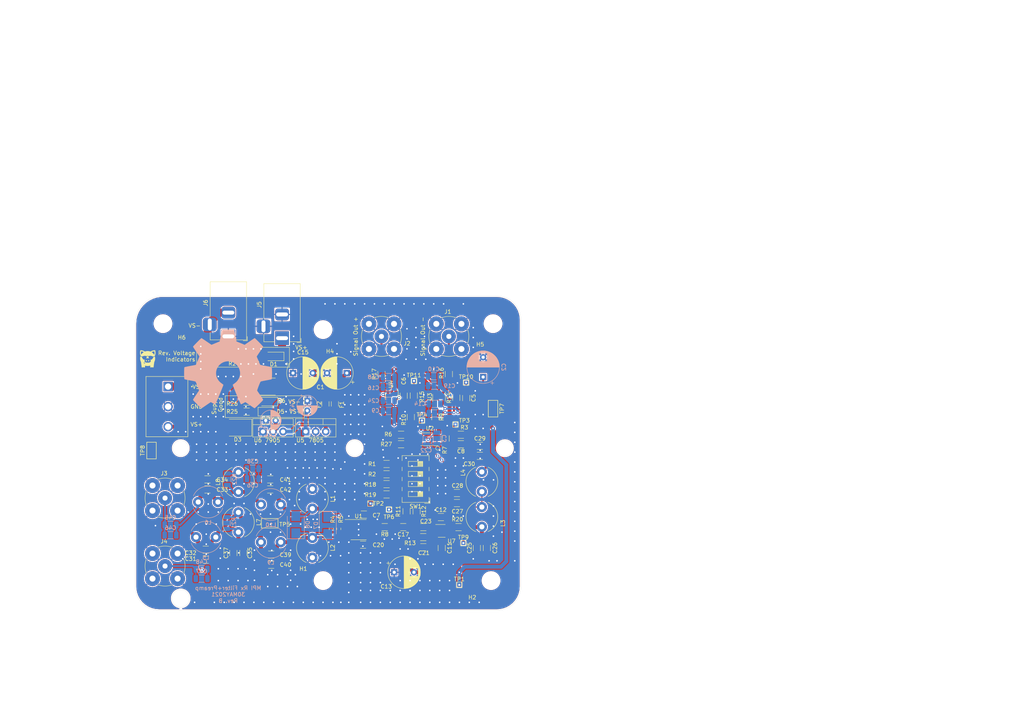
<source format=kicad_pcb>
(kicad_pcb (version 20171130) (host pcbnew "(5.1.9)-1")
  (layers (0 F.Cu signal) (31 B.Cu signal) (34 B.Paste user) (35 F.Paste user) (36 B.SilkS user) (37 F.SilkS user) (38 B.Mask user) (39 F.Mask user) (44 Edge.Cuts user))
  (net 0 "")
  (net 1 GND)
  (net 2 +10V)
  (net 3 /SE2D-Out1)
  (net 4 /SE2D-In2+)
  (net 5 -10V)
  (net 6 /INA-Out2)
  (net 7 /PRE-AA)
  (net 8 /AA-IN+)
  (net 9 /AA-FB)
  (net 10 /AA-PreFilt)
  (net 11 /AA-Stg1)
  (net 12 /AA-Stg2)
  (net 13 SigIn-)
  (net 14 "Net-(C31-Pad1)")
  (net 15 SigIn+)
  (net 16 "Net-(C33-Pad1)")
  (net 17 "Net-(C35-Pad2)")
  (net 18 "Net-(C36-Pad2)")
  (net 19 SigFilt-)
  (net 20 SigFilt+)
  (net 21 /Out+)
  (net 22 /Out-)
  (net 23 "Net-(R4-Pad2)")
  (net 24 "Net-(R4-Pad1)")
  (net 25 /INA-Out)
  (net 26 /Out1-AmpV-)
  (net 27 /Out2-AmpV-)
  (net 28 /Out1-AmpOut)
  (net 29 /Out2-AmpOut)
  (net 30 "Net-(R18-Pad1)")
  (net 31 "Net-(R19-Pad1)")
  (net 32 "Net-(D1-Pad2)")
  (net 33 "Net-(D1-Pad1)")
  (net 34 "Net-(D2-Pad2)")
  (net 35 "Net-(D2-Pad1)")
  (net 36 "Net-(D5-Pad1)")
  (net 37 "Net-(D6-Pad2)")
  (net 38 +5V)
  (net 39 -5V)
  (net 40 SE2D_IN+)
  (net 41 "Net-(F1-Pad2)")
  (net 42 "Net-(F2-Pad2)")
  (net 43 "Net-(R1-Pad1)")
  (net 44 "Net-(R2-Pad1)")
  (net 45 /SE2D-In-)
  (net 46 /SE2D-Out2)
  (net 47 "Net-(C45-Pad2)")
  (net 48 "Net-(C47-Pad2)")
  (module Capacitor_SMD:C_1206_3216Metric (layer B.Cu) (at 59.275 151.6 180)
    (fp_text reference C48 (at 0 1.85) (layer B.SilkS) (effects (justify mirror)))
    (fp_text value 18n)
    (pad 2 smd roundrect (at 1.475 0 180) (size 1.15 1.8) (layers B.Cu B.Paste B.Mask) (roundrect_rratio 0.2173904347826087) (net 48 "Net-(C47-Pad2)"))
    (pad 1 smd roundrect (at -1.475 0 180) (size 1.15 1.8) (layers B.Cu B.Paste B.Mask) (roundrect_rratio 0.2173904347826087) (net 13 SigIn-))
  )
  (module Capacitor_SMD:C_1206_3216Metric (layer B.Cu) (at 59.275 154 180)
    (fp_text reference C47 (at 0 1.85) (layer B.SilkS) (effects (justify mirror)))
    (fp_text value 18n)
    (pad 2 smd roundrect (at 1.475 0 180) (size 1.15 1.8) (layers B.Cu B.Paste B.Mask) (roundrect_rratio 0.2173904347826087) (net 48 "Net-(C47-Pad2)"))
    (pad 1 smd roundrect (at -1.475 0 180) (size 1.15 1.8) (layers B.Cu B.Paste B.Mask) (roundrect_rratio 0.2173904347826087) (net 13 SigIn-))
  )
  (module Capacitor_SMD:C_1206_3216Metric (layer B.Cu) (at 51.4 143 180)
    (fp_text reference C46 (at 0 1.85 180) (layer B.SilkS) (effects (justify mirror)))
    (fp_text value 18n)
    (pad 2 smd roundrect (at 1.475 0 180) (size 1.15 1.8) (layers B.Cu B.Paste B.Mask) (roundrect_rratio 0.2173904347826087) (net 47 "Net-(C45-Pad2)"))
    (pad 1 smd roundrect (at -1.475 0 180) (size 1.15 1.8) (layers B.Cu B.Paste B.Mask) (roundrect_rratio 0.2173904347826087) (net 15 SigIn+))
  )
  (module Capacitor_SMD:C_1206_3216Metric (layer B.Cu) (at 51.4 140.4 180)
    (fp_text reference C45 (at 0 1.85 180) (layer B.SilkS) (effects (justify mirror)))
    (fp_text value 18n)
    (pad 2 smd roundrect (at 1.475 0 180) (size 1.15 1.8) (layers B.Cu B.Paste B.Mask) (roundrect_rratio 0.2173904347826087) (net 47 "Net-(C45-Pad2)"))
    (pad 1 smd roundrect (at -1.475 0 180) (size 1.15 1.8) (layers B.Cu B.Paste B.Mask) (roundrect_rratio 0.2173904347826087) (net 15 SigIn+))
  )
  (module Button_Switch_SMD:SW_DIP_SPSTx04_Slide_6.7x11.72mm_W6.73mm_P2.54mm_LowProfile_JPin (layer F.Cu) (at 113.4 128.8 180)
    (fp_text reference SW1 (at 0 -6.92) (layer F.SilkS))
    (fp_text value SW_DIP_x04)
    (pad 8 smd rect (at 3.365 -3.81 180) (size 2.16 1.12) (layers F.Cu F.Paste F.Mask) (net 31 "Net-(R19-Pad1)"))
    (pad 4 smd rect (at -3.365 3.81 180) (size 2.16 1.12) (layers F.Cu F.Paste F.Mask) (net 45 /SE2D-In-))
    (pad 7 smd rect (at 3.365 -1.27 180) (size 2.16 1.12) (layers F.Cu F.Paste F.Mask) (net 30 "Net-(R18-Pad1)"))
    (pad 3 smd rect (at -3.365 1.27 180) (size 2.16 1.12) (layers F.Cu F.Paste F.Mask) (net 45 /SE2D-In-))
    (pad 6 smd rect (at 3.365 1.27 180) (size 2.16 1.12) (layers F.Cu F.Paste F.Mask) (net 44 "Net-(R2-Pad1)"))
    (pad 2 smd rect (at -3.365 -1.27 180) (size 2.16 1.12) (layers F.Cu F.Paste F.Mask) (net 45 /SE2D-In-))
    (pad 5 smd rect (at 3.365 3.81 180) (size 2.16 1.12) (layers F.Cu F.Paste F.Mask) (net 43 "Net-(R1-Pad1)"))
    (pad 1 smd rect (at -3.365 -3.81 180) (size 2.16 1.12) (layers F.Cu F.Paste F.Mask) (net 45 /SE2D-In-))
  )
  (module Package_TO_SOT_THT:TO-220-3_Vertical (layer F.Cu) (at 74.8 116.8)
    (fp_text reference U6 (at -1.3 2.2) (layer F.SilkS))
    (fp_text value L7905)
    (pad 3 thru_hole oval (at 5.08 0) (size 1.905 2) (drill 1.1) (layers *.Cu *.Mask) (net 42 "Net-(F2-Pad2)"))
    (pad 2 thru_hole oval (at 2.54 0) (size 1.905 2) (drill 1.1) (layers *.Cu *.Mask) (net 5 -10V))
    (pad 1 thru_hole rect (at 0 0) (size 1.905 2) (drill 1.1) (layers *.Cu *.Mask) (net 1 GND))
  )
  (module Package_TO_SOT_THT:TO-220-3_Vertical (layer F.Cu) (at 85.6 116.8)
    (fp_text reference U5 (at -1.35 2.2) (layer F.SilkS))
    (fp_text value L7805)
    (pad 3 thru_hole oval (at 5.08 0) (size 1.905 2) (drill 1.1) (layers *.Cu *.Mask) (net 41 "Net-(F1-Pad2)"))
    (pad 2 thru_hole oval (at 2.54 0) (size 1.905 2) (drill 1.1) (layers *.Cu *.Mask) (net 1 GND))
    (pad 1 thru_hole rect (at 0 0) (size 1.905 2) (drill 1.1) (layers *.Cu *.Mask) (net 2 +10V))
  )
  (module TestPoint:TestPoint_THTPad_1.0x1.0mm_Drill0.5mm (layer F.Cu) (at 113 104)
    (fp_text reference TP11 (at 0 -1.448) (layer F.SilkS))
    (fp_text value TestPoint)
    (pad 1 thru_hole rect (at 0 0) (size 1 1) (drill 0.5) (layers *.Cu *.Mask) (net 29 /Out2-AmpOut))
  )
  (module TestPoint:TestPoint_THTPad_1.0x1.0mm_Drill0.5mm (layer F.Cu) (at 126.2 104.4)
    (fp_text reference TP10 (at 0 -1.448) (layer F.SilkS))
    (fp_text value TestPoint)
    (pad 1 thru_hole rect (at 0 0) (size 1 1) (drill 0.5) (layers *.Cu *.Mask) (net 28 /Out1-AmpOut))
  )
  (module Resistor_SMD:R_1206_3216Metric (layer F.Cu) (at 109.7375 120)
    (fp_text reference R27 (at -3.7375 0) (layer F.SilkS))
    (fp_text value 10k)
    (pad 2 smd roundrect (at 1.4625 0) (size 1.125 1.75) (layers F.Cu F.Paste F.Mask) (roundrect_rratio 0.2222213333333333) (net 40 SE2D_IN+))
    (pad 1 smd roundrect (at -1.4625 0) (size 1.125 1.75) (layers F.Cu F.Paste F.Mask) (roundrect_rratio 0.2222213333333333) (net 1 GND))
  )
  (module Resistor_SMD:R_1206_3216Metric (layer F.Cu) (at 106.0625 132.7 180)
    (fp_text reference R19 (at 4.0625 -0.1) (layer F.SilkS))
    (fp_text value 10k)
    (pad 2 smd roundrect (at 1.4625 0 180) (size 1.125 1.75) (layers F.Cu F.Paste F.Mask) (roundrect_rratio 0.2222213333333333) (net 1 GND))
    (pad 1 smd roundrect (at -1.4625 0 180) (size 1.125 1.75) (layers F.Cu F.Paste F.Mask) (roundrect_rratio 0.2222213333333333) (net 31 "Net-(R19-Pad1)"))
  )
  (module Resistor_SMD:R_1206_3216Metric (layer F.Cu) (at 106.0625 130.1 180)
    (fp_text reference R18 (at 4.0625 -0.1) (layer F.SilkS))
    (fp_text value 2.2k)
    (pad 2 smd roundrect (at 1.4625 0 180) (size 1.125 1.75) (layers F.Cu F.Paste F.Mask) (roundrect_rratio 0.2222213333333333) (net 1 GND))
    (pad 1 smd roundrect (at -1.4625 0 180) (size 1.125 1.75) (layers F.Cu F.Paste F.Mask) (roundrect_rratio 0.2222213333333333) (net 30 "Net-(R18-Pad1)"))
  )
  (module Resistor_SMD:R_1206_3216Metric (layer F.Cu) (at 106.0625 127.6 180)
    (fp_text reference R2 (at 3.6625 0) (layer F.SilkS))
    (fp_text value 470)
    (pad 2 smd roundrect (at 1.4625 0 180) (size 1.125 1.75) (layers F.Cu F.Paste F.Mask) (roundrect_rratio 0.2222213333333333) (net 1 GND))
    (pad 1 smd roundrect (at -1.4625 0 180) (size 1.125 1.75) (layers F.Cu F.Paste F.Mask) (roundrect_rratio 0.2222213333333333) (net 44 "Net-(R2-Pad1)"))
  )
  (module Resistor_SMD:R_1206_3216Metric (layer F.Cu) (at 106.0625 125 180)
    (fp_text reference R1 (at 3.6625 0) (layer F.SilkS))
    (fp_text value 100)
    (pad 2 smd roundrect (at 1.4625 0 180) (size 1.125 1.75) (layers F.Cu F.Paste F.Mask) (roundrect_rratio 0.2222213333333333) (net 1 GND))
    (pad 1 smd roundrect (at -1.4625 0 180) (size 1.125 1.75) (layers F.Cu F.Paste F.Mask) (roundrect_rratio 0.2222213333333333) (net 43 "Net-(R1-Pad1)"))
  )
  (module Fuse:Fuse_1206_3216Metric (layer F.Cu) (at 90.6 109.8 270)
    (fp_text reference F2 (at 0.2 1.6 90) (layer F.SilkS))
    (fp_text value Polyfuse)
    (pad 2 smd roundrect (at 1.4 0 270) (size 1.25 1.75) (layers F.Cu F.Paste F.Mask) (roundrect_rratio 0.2) (net 42 "Net-(F2-Pad2)"))
    (pad 1 smd roundrect (at -1.4 0 270) (size 1.25 1.75) (layers F.Cu F.Paste F.Mask) (roundrect_rratio 0.2) (net 39 -5V))
  )
  (module Fuse:Fuse_1206_3216Metric (layer F.Cu) (at 93 109.8 270)
    (fp_text reference F1 (at 0.2 -1.75 90) (layer F.SilkS))
    (fp_text value Polyfuse)
    (pad 2 smd roundrect (at 1.4 0 270) (size 1.25 1.75) (layers F.Cu F.Paste F.Mask) (roundrect_rratio 0.2) (net 41 "Net-(F1-Pad2)"))
    (pad 1 smd roundrect (at -1.4 0 270) (size 1.25 1.75) (layers F.Cu F.Paste F.Mask) (roundrect_rratio 0.2) (net 38 +5V))
  )
  (module Diode_SMD:D_SMB (layer B.Cu) (at 83.1 140.35 90)
    (fp_text reference D8 (at 0 3 90) (layer B.SilkS) (effects (justify mirror)))
    (fp_text value D)
    (pad 2 smd rect (at 2.15 0 90) (size 2.5 2.3) (layers B.Cu B.Paste B.Mask) (net 20 SigFilt+))
    (pad 1 smd rect (at -2.15 0 90) (size 2.5 2.3) (layers B.Cu B.Paste B.Mask) (net 19 SigFilt-))
  )
  (module Diode_SMD:D_SMB (layer B.Cu) (at 91.2 140.55 270)
    (fp_text reference D7 (at 0 3 270) (layer B.SilkS) (effects (justify mirror)))
    (fp_text value D)
    (pad 2 smd rect (at 2.15 0 270) (size 2.5 2.3) (layers B.Cu B.Paste B.Mask) (net 19 SigFilt-))
    (pad 1 smd rect (at -2.15 0 270) (size 2.5 2.3) (layers B.Cu B.Paste B.Mask) (net 20 SigFilt+))
  )
  (module Capacitor_THT:CP_Radial_D5.0mm_P2.50mm (layer B.Cu) (at 75.5 114)
    (fp_text reference C44 (at 1.25 3.75) (layer B.SilkS) (effects (justify mirror)))
    (fp_text value 22u)
    (pad 2 thru_hole circle (at 2.5 0) (size 1.6 1.6) (drill 0.8) (layers *.Cu *.Mask) (net 5 -10V))
    (pad 1 thru_hole rect (at 0 0) (size 1.6 1.6) (drill 0.8) (layers *.Cu *.Mask) (net 1 GND))
  )
  (module Capacitor_THT:CP_Radial_D5.0mm_P2.50mm (layer B.Cu) (at 86 109 270)
    (fp_text reference C43 (at 1.25 3.75 270) (layer B.SilkS) (effects (justify mirror)))
    (fp_text value 22u)
    (pad 2 thru_hole circle (at 2.5 0 270) (size 1.6 1.6) (drill 0.8) (layers *.Cu *.Mask) (net 2 +10V))
    (pad 1 thru_hole rect (at 0 0 270) (size 1.6 1.6) (drill 0.8) (layers *.Cu *.Mask) (net 1 GND))
  )
  (module Capacitor_SMD:C_1206_3216Metric (layer F.Cu) (at 110.4 107.725 270)
    (fp_text reference C6 (at -3.725 0 90) (layer F.SilkS))
    (fp_text value 300p)
    (pad 2 smd roundrect (at 1.475 0 270) (size 1.15 1.8) (layers F.Cu F.Paste F.Mask) (roundrect_rratio 0.2173904347826087) (net 27 /Out2-AmpV-))
    (pad 1 smd roundrect (at -1.475 0 270) (size 1.15 1.8) (layers F.Cu F.Paste F.Mask) (roundrect_rratio 0.2173904347826087) (net 29 /Out2-AmpOut))
  )
  (module Capacitor_SMD:C_1206_3216Metric (layer F.Cu) (at 126.2 108.325 270)
    (fp_text reference C5 (at 0 -1.85 90) (layer F.SilkS))
    (fp_text value 300p)
    (pad 2 smd roundrect (at 1.475 0 270) (size 1.15 1.8) (layers F.Cu F.Paste F.Mask) (roundrect_rratio 0.2173904347826087) (net 26 /Out1-AmpV-))
    (pad 1 smd roundrect (at -1.475 0 270) (size 1.15 1.8) (layers F.Cu F.Paste F.Mask) (roundrect_rratio 0.2173904347826087) (net 28 /Out1-AmpOut))
  )
  (module TestPoint:TestPoint_THTPad_1.0x1.0mm_Drill0.5mm (layer F.Cu) (at 125.5 145)
    (fp_text reference TP9 (at 0 -1.448) (layer F.SilkS))
    (fp_text value TestPoint)
    (pad 1 thru_hole rect (at 0 0) (size 1 1) (drill 0.5) (layers *.Cu *.Mask) (net 10 /AA-PreFilt))
  )
  (module TestPoint:TestPoint_Keystone_5019_Minature (layer F.Cu) (at 46.6 121.6 90)
    (fp_text reference TP8 (at 0 -2.25 90) (layer F.SilkS))
    (fp_text value TestPoint)
    (pad 1 smd rect (at 0 0 90) (size 3.8 2) (layers F.Cu F.Paste F.Mask) (net 1 GND))
  )
  (module TestPoint:TestPoint_Keystone_5019_Minature (layer F.Cu) (at 133 111 270)
    (fp_text reference TP7 (at 0 -2.25 90) (layer F.SilkS))
    (fp_text value TestPoint)
    (pad 1 smd rect (at 0 0 270) (size 3.8 2) (layers F.Cu F.Paste F.Mask) (net 1 GND))
  )
  (module TestPoint:TestPoint_THTPad_1.0x1.0mm_Drill0.5mm (layer F.Cu) (at 106.68 136.525)
    (fp_text reference TP6 (at 0 1.875) (layer F.SilkS))
    (fp_text value TestPoint)
    (pad 1 thru_hole rect (at 0 0) (size 1 1) (drill 0.5) (layers *.Cu *.Mask) (net 7 /PRE-AA))
  )
  (module TestPoint:TestPoint_Keystone_5019_Minature (layer F.Cu) (at 76.5 140)
    (fp_text reference TP5 (at 3.795 0.29) (layer F.SilkS))
    (fp_text value TestPoint)
    (pad 1 smd rect (at 0 0) (size 3.8 2) (layers F.Cu F.Paste F.Mask) (net 1 GND))
  )
  (module TestPoint:TestPoint_THTPad_1.0x1.0mm_Drill0.5mm (layer F.Cu) (at 115 114)
    (fp_text reference TP4 (at 0 -1.448) (layer F.SilkS))
    (fp_text value TestPoint)
    (pad 1 thru_hole rect (at 0 0) (size 1 1) (drill 0.5) (layers *.Cu *.Mask) (net 46 /SE2D-Out2))
  )
  (module TestPoint:TestPoint_THTPad_1.0x1.0mm_Drill0.5mm (layer F.Cu) (at 123.5 115)
    (fp_text reference TP3 (at 2.25 -1) (layer F.SilkS))
    (fp_text value TestPoint)
    (pad 1 thru_hole rect (at 0 0) (size 1 1) (drill 0.5) (layers *.Cu *.Mask) (net 3 /SE2D-Out1))
  )
  (module TestPoint:TestPoint_THTPad_1.0x1.0mm_Drill0.5mm (layer F.Cu) (at 102 135)
    (fp_text reference TP2 (at 2 0) (layer F.SilkS))
    (fp_text value TestPoint)
    (pad 1 thru_hole rect (at 0 0) (size 1 1) (drill 0.5) (layers *.Cu *.Mask) (net 38 +5V))
  )
  (module TestPoint:TestPoint_THTPad_1.0x1.0mm_Drill0.5mm (layer F.Cu) (at 124.46 155.575)
    (fp_text reference TP1 (at 0 -1.448) (layer F.SilkS))
    (fp_text value TestPoint)
    (pad 1 thru_hole rect (at 0 0) (size 1 1) (drill 0.5) (layers *.Cu *.Mask) (net 39 -5V))
  )
  (module Martinos:CUI_TB009-508-03BE (layer F.Cu) (at 50.8 105.41 270)
    (fp_text reference J7 (at 0.905 -6.889 90) (layer F.SilkS) (effects (font (size 1.4 1.4) (thickness 0.015))))
    (fp_text value ScrewTerminal01x03)
    (pad 1 thru_hole rect (at 0 0 270) (size 2.4 2.4) (drill 1.6) (layers *.Cu *.Mask) (net 34 "Net-(D2-Pad2)"))
    (pad 2 thru_hole circle (at 5.08 0 270) (size 2.4 2.4) (drill 1.6) (layers *.Cu *.Mask) (net 1 GND))
    (pad 3 thru_hole circle (at 10.16 0 270) (size 2.4 2.4) (drill 1.6) (layers *.Cu *.Mask) (net 33 "Net-(D1-Pad1)"))
  )
  (module Symbol:OSHW-Symbol_22.3x20mm_SilkScreen (layer B.Cu) (at 66 101 180)
    (fp_text reference U9 hide)
    (fp_text value PIG-LOGO hide)
  )
  (module Resistor_SMD:R_1206_3216Metric (layer F.Cu) (at 70.6775 109.22)
    (fp_text reference R26 (at -3.6775 0.53) (layer F.SilkS))
    (fp_text value 470)
    (pad 2 smd roundrect (at 1.4625 0) (size 1.125 1.75) (layers F.Cu F.Paste F.Mask) (roundrect_rratio 0.2222204444444444) (net 37 "Net-(D6-Pad2)"))
    (pad 1 smd roundrect (at -1.4625 0) (size 1.125 1.75) (layers F.Cu F.Paste F.Mask) (roundrect_rratio 0.2222204444444444) (net 1 GND))
  )
  (module Resistor_SMD:R_1206_3216Metric (layer F.Cu) (at 70.6775 111.76 180)
    (fp_text reference R25 (at 3.6775 0.01) (layer F.SilkS))
    (fp_text value 470)
    (pad 2 smd roundrect (at 1.4625 0 180) (size 1.125 1.75) (layers F.Cu F.Paste F.Mask) (roundrect_rratio 0.2222204444444444) (net 1 GND))
    (pad 1 smd roundrect (at -1.4625 0 180) (size 1.125 1.75) (layers F.Cu F.Paste F.Mask) (roundrect_rratio 0.2222204444444444) (net 36 "Net-(D5-Pad1)"))
  )
  (module Resistor_SMD:R_1206_3216Metric (layer F.Cu) (at 67.5025 97.79 180)
    (fp_text reference R24 (at 0 -1.82) (layer F.SilkS))
    (fp_text value 470)
    (pad 2 smd roundrect (at 1.4625 0 180) (size 1.125 1.75) (layers F.Cu F.Paste F.Mask) (roundrect_rratio 0.2222204444444444) (net 35 "Net-(D2-Pad1)"))
    (pad 1 smd roundrect (at -1.4625 0 180) (size 1.125 1.75) (layers F.Cu F.Paste F.Mask) (roundrect_rratio 0.2222204444444444) (net 1 GND))
  )
  (module Resistor_SMD:R_1206_3216Metric (layer F.Cu) (at 72.475 97.79 180)
    (fp_text reference R23 (at 0 -1.82) (layer F.SilkS))
    (fp_text value 470)
    (pad 2 smd roundrect (at 1.4625 0 180) (size 1.125 1.75) (layers F.Cu F.Paste F.Mask) (roundrect_rratio 0.2222204444444444) (net 1 GND))
    (pad 1 smd roundrect (at -1.4625 0 180) (size 1.125 1.75) (layers F.Cu F.Paste F.Mask) (roundrect_rratio 0.2222204444444444) (net 32 "Net-(D1-Pad2)"))
  )
  (module Connector_BarrelJack:BarrelJack_Horizontal (layer F.Cu) (at 66.04 92.71 270)
    (fp_text reference J6 (at -8.45 5.75 90) (layer F.SilkS))
    (fp_text value Barrel_Jack_Switch)
    (pad 3 thru_hole roundrect (at -3 4.7 270) (size 3.5 3.5) (drill oval 3 1) (layers *.Cu *.Mask) (net 34 "Net-(D2-Pad2)"))
    (pad 2 thru_hole roundrect (at -6 0 270) (size 3 3.5) (drill oval 1 3) (layers *.Cu *.Mask) (net 34 "Net-(D2-Pad2)"))
    (pad 1 thru_hole rect (at 0 0 270) (size 3.5 3.5) (drill oval 1 3) (layers *.Cu *.Mask) (net 1 GND))
  )
  (module Connector_BarrelJack:BarrelJack_Horizontal (layer F.Cu) (at 79.63 93.17 270)
    (fp_text reference J5 (at -8.45 5.75 90) (layer F.SilkS))
    (fp_text value Barrel_Jack_Switch)
    (pad 3 thru_hole roundrect (at -3 4.7 270) (size 3.5 3.5) (drill oval 3 1) (layers *.Cu *.Mask) (net 1 GND))
    (pad 2 thru_hole roundrect (at -6 0 270) (size 3 3.5) (drill oval 1 3) (layers *.Cu *.Mask) (net 1 GND))
    (pad 1 thru_hole rect (at 0 0 270) (size 3.5 3.5) (drill oval 1 3) (layers *.Cu *.Mask) (net 33 "Net-(D1-Pad1)"))
  )
  (module LED_SMD:LED_1206_3216Metric_Castellated (layer F.Cu) (at 76.045 109.22 180)
    (fp_text reference D6 (at -3.455 0.22) (layer F.SilkS))
    (fp_text value BLUE)
    (pad 2 smd roundrect (at 1.425 0 180) (size 1.6 1.65) (layers F.Cu F.Paste F.Mask) (roundrect_rratio 0.15625) (net 37 "Net-(D6-Pad2)"))
    (pad 1 smd roundrect (at -1.425 0 180) (size 1.6 1.65) (layers F.Cu F.Paste F.Mask) (roundrect_rratio 0.15625) (net 5 -10V))
  )
  (module LED_SMD:LED_1206_3216Metric_Castellated (layer F.Cu) (at 76.045 111.76)
    (fp_text reference D5 (at 3.205 -0.01) (layer F.SilkS))
    (fp_text value RED)
    (pad 2 smd roundrect (at 1.425 0) (size 1.6 1.65) (layers F.Cu F.Paste F.Mask) (roundrect_rratio 0.15625) (net 2 +10V))
    (pad 1 smd roundrect (at -1.425 0) (size 1.6 1.65) (layers F.Cu F.Paste F.Mask) (roundrect_rratio 0.15625) (net 36 "Net-(D5-Pad1)"))
  )
  (module Diode_SMD:D_SMB (layer F.Cu) (at 75.81 105.41)
    (fp_text reference D4 (at 0 -3) (layer F.SilkS))
    (fp_text value D)
    (pad 2 smd rect (at 2.15 0) (size 2.5 2.3) (layers F.Cu F.Paste F.Mask) (net 5 -10V))
    (pad 1 smd rect (at -2.15 0) (size 2.5 2.3) (layers F.Cu F.Paste F.Mask) (net 34 "Net-(D2-Pad2)"))
  )
  (module Diode_SMD:D_SMB (layer F.Cu) (at 68.4 115.8 180)
    (fp_text reference D3 (at 0 -3) (layer F.SilkS))
    (fp_text value D)
    (pad 2 smd rect (at 2.15 0 180) (size 2.5 2.3) (layers F.Cu F.Paste F.Mask) (net 33 "Net-(D1-Pad1)"))
    (pad 1 smd rect (at -2.15 0 180) (size 2.5 2.3) (layers F.Cu F.Paste F.Mask) (net 2 +10V))
  )
  (module LED_SMD:LED_1206_3216Metric_Castellated (layer F.Cu) (at 62.23 97.79 180)
    (fp_text reference D2 (at -0.27 -1.96) (layer F.SilkS))
    (fp_text value WHITE)
    (pad 2 smd roundrect (at 1.425 0 180) (size 1.6 1.65) (layers F.Cu F.Paste F.Mask) (roundrect_rratio 0.15625) (net 34 "Net-(D2-Pad2)"))
    (pad 1 smd roundrect (at -1.425 0 180) (size 1.6 1.65) (layers F.Cu F.Paste F.Mask) (roundrect_rratio 0.15625) (net 35 "Net-(D2-Pad1)"))
  )
  (module LED_SMD:LED_1206_3216Metric_Castellated (layer F.Cu) (at 77.625 97.79 180)
    (fp_text reference D1 (at 0.125 -1.96) (layer F.SilkS))
    (fp_text value WHITE)
    (pad 2 smd roundrect (at 1.425 0 180) (size 1.6 1.65) (layers F.Cu F.Paste F.Mask) (roundrect_rratio 0.15625) (net 32 "Net-(D1-Pad2)"))
    (pad 1 smd roundrect (at -1.425 0 180) (size 1.6 1.65) (layers F.Cu F.Paste F.Mask) (roundrect_rratio 0.15625) (net 33 "Net-(D1-Pad1)"))
  )
  (module Resistor_SMD:R_0603_1608Metric (layer F.Cu) (at 93.98 141.415 270)
    (fp_text reference R5 (at -2.415 -0.52 90) (layer F.SilkS))
    (fp_text value 60.4)
    (pad 2 smd roundrect (at 0.825 0 270) (size 0.8 0.95) (layers F.Cu F.Paste F.Mask) (net 23 "Net-(R4-Pad2)"))
    (pad 1 smd roundrect (at -0.825 0 270) (size 0.8 0.95) (layers F.Cu F.Paste F.Mask) (net 24 "Net-(R4-Pad1)"))
  )
  (module Resistor_SMD:R_0603_1608Metric (layer F.Cu) (at 92.075 141.415 270)
    (fp_text reference R4 (at -2.415 -0.425 90) (layer F.SilkS))
    (fp_text value NO)
    (pad 2 smd roundrect (at 0.825 0 270) (size 0.8 0.95) (layers F.Cu F.Paste F.Mask) (net 23 "Net-(R4-Pad2)"))
    (pad 1 smd roundrect (at -0.825 0 270) (size 0.8 0.95) (layers F.Cu F.Paste F.Mask) (net 24 "Net-(R4-Pad1)"))
  )
  (module PigLogos:PIG-LOGO2 (layer B.Cu) (at 45.6 98.4 180)
    (fp_text reference U8 hide)
    (fp_text value PIG-LOGO hide)
  )
  (module Package_TO_SOT_SMD:SOT-23-5 (layer F.Cu) (at 120.015 141.92)
    (fp_text reference U7 (at 2.485 2.58) (layer F.SilkS))
    (fp_text value ADA4610-1ARJZ)
    (pad 5 smd rect (at 1.1 -0.95) (size 1.06 0.65) (layers F.Cu F.Paste F.Mask) (net 38 +5V))
    (pad 4 smd rect (at 1.1 0.95) (size 1.06 0.65) (layers F.Cu F.Paste F.Mask) (net 10 /AA-PreFilt))
    (pad 3 smd rect (at -1.1 0.95) (size 1.06 0.65) (layers F.Cu F.Paste F.Mask) (net 8 /AA-IN+))
    (pad 2 smd rect (at -1.1 0) (size 1.06 0.65) (layers F.Cu F.Paste F.Mask) (net 39 -5V))
    (pad 1 smd rect (at -1.1 -0.95) (size 1.06 0.65) (layers F.Cu F.Paste F.Mask) (net 10 /AA-PreFilt))
  )
  (module Package_TO_SOT_SMD:SOT-23-5 (layer F.Cu) (at 107.4 107.8 270)
    (fp_text reference U4 (at -2.97 0.225 90) (layer F.SilkS))
    (fp_text value ADA4610-1ARJZ)
    (pad 5 smd rect (at 1.1 -0.95 270) (size 1.06 0.65) (layers F.Cu F.Paste F.Mask) (net 38 +5V))
    (pad 4 smd rect (at 1.1 0.95 270) (size 1.06 0.65) (layers F.Cu F.Paste F.Mask) (net 27 /Out2-AmpV-))
    (pad 3 smd rect (at -1.1 0.95 270) (size 1.06 0.65) (layers F.Cu F.Paste F.Mask) (net 1 GND))
    (pad 2 smd rect (at -1.1 0 270) (size 1.06 0.65) (layers F.Cu F.Paste F.Mask) (net 39 -5V))
    (pad 1 smd rect (at -1.1 -0.95 270) (size 1.06 0.65) (layers F.Cu F.Paste F.Mask) (net 29 /Out2-AmpOut))
  )
  (module Package_TO_SOT_SMD:SOT-23-5 (layer F.Cu) (at 119.35 108.3 270)
    (fp_text reference U3 (at -0.3 2.35 90) (layer F.SilkS))
    (fp_text value ADA4610-1ARJZ)
    (pad 5 smd rect (at 1.1 -0.95 270) (size 1.06 0.65) (layers F.Cu F.Paste F.Mask) (net 38 +5V))
    (pad 4 smd rect (at 1.1 0.95 270) (size 1.06 0.65) (layers F.Cu F.Paste F.Mask) (net 26 /Out1-AmpV-))
    (pad 3 smd rect (at -1.1 0.95 270) (size 1.06 0.65) (layers F.Cu F.Paste F.Mask) (net 1 GND))
    (pad 2 smd rect (at -1.1 0 270) (size 1.06 0.65) (layers F.Cu F.Paste F.Mask) (net 39 -5V))
    (pad 1 smd rect (at -1.1 -0.95 270) (size 1.06 0.65) (layers F.Cu F.Paste F.Mask) (net 28 /Out1-AmpOut))
  )
  (module Package_SO:MSOP-8_3x3mm_P0.65mm (layer F.Cu) (at 116.205 118.745 180)
    (fp_text reference U2 (at -0.795 2.745) (layer F.SilkS))
    (fp_text value LT6350HMS8TRPBF)
    (pad 8 smd roundrect (at 2.1125 -0.975 180) (size 1.625 0.4) (layers F.Cu F.Paste F.Mask) (net 40 SE2D_IN+))
    (pad 7 smd roundrect (at 2.1125 -0.325 180) (size 1.625 0.4) (layers F.Cu F.Paste F.Mask) (net 38 +5V))
    (pad 6 smd roundrect (at 2.1125 0.325 180) (size 1.625 0.4) (layers F.Cu F.Paste F.Mask) (net 39 -5V))
    (pad 5 smd roundrect (at 2.1125 0.975 180) (size 1.625 0.4) (layers F.Cu F.Paste F.Mask) (net 46 /SE2D-Out2))
    (pad 4 smd roundrect (at -2.1125 0.975 180) (size 1.625 0.4) (layers F.Cu F.Paste F.Mask) (net 3 /SE2D-Out1))
    (pad 3 smd roundrect (at -2.1125 0.325 180) (size 1.625 0.4) (layers F.Cu F.Paste F.Mask) (net 38 +5V))
    (pad 2 smd roundrect (at -2.1125 -0.325 180) (size 1.625 0.4) (layers F.Cu F.Paste F.Mask) (net 4 /SE2D-In2+))
    (pad 1 smd roundrect (at -2.1125 -0.975 180) (size 1.625 0.4) (layers F.Cu F.Paste F.Mask) (net 45 /SE2D-In-))
  )
  (module Package_SO:SOIC-8_3.9x4.9mm_P1.27mm (layer F.Cu) (at 98.995 141.605)
    (fp_text reference U1 (at 0 -3.4) (layer F.SilkS))
    (fp_text value AD8429)
    (pad 8 smd roundrect (at 2.475 -1.905) (size 1.95 0.6) (layers F.Cu F.Paste F.Mask) (net 38 +5V))
    (pad 7 smd roundrect (at 2.475 -0.635) (size 1.95 0.6) (layers F.Cu F.Paste F.Mask) (net 25 /INA-Out))
    (pad 6 smd roundrect (at 2.475 0.635) (size 1.95 0.6) (layers F.Cu F.Paste F.Mask) (net 1 GND))
    (pad 5 smd roundrect (at 2.475 1.905) (size 1.95 0.6) (layers F.Cu F.Paste F.Mask) (net 39 -5V))
    (pad 4 smd roundrect (at -2.475 1.905) (size 1.95 0.6) (layers F.Cu F.Paste F.Mask) (net 19 SigFilt-))
    (pad 3 smd roundrect (at -2.475 0.635) (size 1.95 0.6) (layers F.Cu F.Paste F.Mask) (net 23 "Net-(R4-Pad2)"))
    (pad 2 smd roundrect (at -2.475 -0.635) (size 1.95 0.6) (layers F.Cu F.Paste F.Mask) (net 24 "Net-(R4-Pad1)"))
    (pad 1 smd roundrect (at -2.475 -1.905) (size 1.95 0.6) (layers F.Cu F.Paste F.Mask) (net 20 SigFilt+))
  )
  (module Resistor_SMD:R_1206_3216Metric (layer B.Cu) (at 65.8 128.8625 90)
    (fp_text reference R22 (at 0 1.82 270) (layer B.SilkS) (effects (justify mirror)))
    (fp_text value 10k)
    (pad 2 smd roundrect (at 1.4625 0 90) (size 1.125 1.75) (layers B.Cu B.Paste B.Mask) (roundrect_rratio 0.2222204444444444) (net 18 "Net-(C36-Pad2)"))
    (pad 1 smd roundrect (at -1.4625 0 90) (size 1.125 1.75) (layers B.Cu B.Paste B.Mask) (roundrect_rratio 0.2222204444444444) (net 16 "Net-(C33-Pad1)"))
  )
  (module Resistor_SMD:R_1206_3216Metric (layer B.Cu) (at 65.6 139.9375 270)
    (fp_text reference R21 (at 0 -1.85 270) (layer B.SilkS) (effects (justify mirror)))
    (fp_text value 10k)
    (pad 2 smd roundrect (at 1.4625 0 270) (size 1.125 1.75) (layers B.Cu B.Paste B.Mask) (roundrect_rratio 0.2222204444444444) (net 17 "Net-(C35-Pad2)"))
    (pad 1 smd roundrect (at -1.4625 0 270) (size 1.125 1.75) (layers B.Cu B.Paste B.Mask) (roundrect_rratio 0.2222204444444444) (net 14 "Net-(C31-Pad1)"))
  )
  (module Resistor_SMD:R_1206_3216Metric (layer F.Cu) (at 124.2675 140.97 180)
    (fp_text reference R20 (at 0.2675 1.97) (layer F.SilkS))
    (fp_text value 2.2k)
    (pad 2 smd roundrect (at 1.4625 0 180) (size 1.125 1.75) (layers F.Cu F.Paste F.Mask) (roundrect_rratio 0.2222204444444444) (net 10 /AA-PreFilt))
    (pad 1 smd roundrect (at -1.4625 0 180) (size 1.125 1.75) (layers F.Cu F.Paste F.Mask) (roundrect_rratio 0.2222204444444444) (net 11 /AA-Stg1))
  )
  (module Resistor_SMD:R_1206_3216Metric (layer F.Cu) (at 104.775 102.2625 90)
    (fp_text reference R17 (at 0 -1.82 90) (layer F.SilkS))
    (fp_text value 49.9)
    (pad 2 smd roundrect (at 1.4625 0 90) (size 1.125 1.75) (layers F.Cu F.Paste F.Mask) (roundrect_rratio 0.2222204444444444) (net 22 /Out-))
    (pad 1 smd roundrect (at -1.4625 0 90) (size 1.125 1.75) (layers F.Cu F.Paste F.Mask) (roundrect_rratio 0.2222204444444444) (net 29 /Out2-AmpOut))
  )
  (module Resistor_SMD:R_1206_3216Metric (layer F.Cu) (at 121.825 102.2625 90)
    (fp_text reference R16 (at 0.2625 -1.825 90) (layer F.SilkS))
    (fp_text value 49.9)
    (pad 2 smd roundrect (at 1.4625 0 90) (size 1.125 1.75) (layers F.Cu F.Paste F.Mask) (roundrect_rratio 0.2222204444444444) (net 21 /Out+))
    (pad 1 smd roundrect (at -1.4625 0 90) (size 1.125 1.75) (layers F.Cu F.Paste F.Mask) (roundrect_rratio 0.2222204444444444) (net 28 /Out1-AmpOut))
  )
  (module Resistor_SMD:R_1206_3216Metric (layer F.Cu) (at 112.96 107.705 90)
    (fp_text reference R15 (at -0.295 2.04 90) (layer F.SilkS))
    (fp_text value 1k)
    (pad 2 smd roundrect (at 1.4625 0 90) (size 1.125 1.75) (layers F.Cu F.Paste F.Mask) (roundrect_rratio 0.2222204444444444) (net 29 /Out2-AmpOut))
    (pad 1 smd roundrect (at -1.4625 0 90) (size 1.125 1.75) (layers F.Cu F.Paste F.Mask) (roundrect_rratio 0.2222204444444444) (net 27 /Out2-AmpV-))
  )
  (module Resistor_SMD:R_1206_3216Metric (layer F.Cu) (at 123.71 108.2375 90)
    (fp_text reference R14 (at 0 -1.82 90) (layer F.SilkS))
    (fp_text value 1k)
    (pad 2 smd roundrect (at 1.4625 0 90) (size 1.125 1.75) (layers F.Cu F.Paste F.Mask) (roundrect_rratio 0.2222204444444444) (net 28 /Out1-AmpOut))
    (pad 1 smd roundrect (at -1.4625 0 90) (size 1.125 1.75) (layers F.Cu F.Paste F.Mask) (roundrect_rratio 0.2222204444444444) (net 26 /Out1-AmpV-))
  )
  (module Resistor_SMD:R_1206_3216Metric (layer F.Cu) (at 115.345 143.51 180)
    (fp_text reference R13 (at 3.345 -1.49) (layer F.SilkS))
    (fp_text value 4.7k)
    (pad 2 smd roundrect (at 1.4625 0 180) (size 1.125 1.75) (layers F.Cu F.Paste F.Mask) (roundrect_rratio 0.2222204444444444) (net 9 /AA-FB))
    (pad 1 smd roundrect (at -1.4625 0 180) (size 1.125 1.75) (layers F.Cu F.Paste F.Mask) (roundrect_rratio 0.2222204444444444) (net 8 /AA-IN+))
  )
  (module Resistor_SMD:R_1206_3216Metric (layer F.Cu) (at 113.665 136.9675 90)
    (fp_text reference R12 (at -0.0325 1.835 90) (layer F.SilkS))
    (fp_text value 4.7k)
    (pad 2 smd roundrect (at 1.4625 0 90) (size 1.125 1.75) (layers F.Cu F.Paste F.Mask) (roundrect_rratio 0.2222204444444444) (net 7 /PRE-AA))
    (pad 1 smd roundrect (at -1.4625 0 90) (size 1.125 1.75) (layers F.Cu F.Paste F.Mask) (roundrect_rratio 0.2222204444444444) (net 9 /AA-FB))
  )
  (module Resistor_SMD:R_1206_3216Metric (layer F.Cu) (at 111.125 136.9675 270)
    (fp_text reference R11 (at 0 2.125 90) (layer F.SilkS))
    (fp_text value 100k)
    (pad 2 smd roundrect (at 1.4625 0 270) (size 1.125 1.75) (layers F.Cu F.Paste F.Mask) (roundrect_rratio 0.2222204444444444) (net 7 /PRE-AA))
    (pad 1 smd roundrect (at -1.4625 0 270) (size 1.125 1.75) (layers F.Cu F.Paste F.Mask) (roundrect_rratio 0.2222204444444444) (net 1 GND))
  )
  (module Resistor_SMD:R_1206_3216Metric (layer F.Cu) (at 112.2 113.1375 90)
    (fp_text reference R10 (at -0.6625 -1.8 270) (layer F.SilkS))
    (fp_text value 1k)
    (pad 2 smd roundrect (at 1.4625 0 90) (size 1.125 1.75) (layers F.Cu F.Paste F.Mask) (roundrect_rratio 0.2222204444444444) (net 27 /Out2-AmpV-))
    (pad 1 smd roundrect (at -1.4625 0 90) (size 1.125 1.75) (layers F.Cu F.Paste F.Mask) (roundrect_rratio 0.2222204444444444) (net 46 /SE2D-Out2))
  )
  (module Resistor_SMD:R_1206_3216Metric (layer F.Cu) (at 118.4 113.1375 90)
    (fp_text reference R9 (at 0 1.6 90) (layer F.SilkS))
    (fp_text value 1k)
    (pad 2 smd roundrect (at 1.4625 0 90) (size 1.125 1.75) (layers F.Cu F.Paste F.Mask) (roundrect_rratio 0.2222204444444444) (net 26 /Out1-AmpV-))
    (pad 1 smd roundrect (at -1.4625 0 90) (size 1.125 1.75) (layers F.Cu F.Paste F.Mask) (roundrect_rratio 0.2222204444444444) (net 3 /SE2D-Out1))
  )
  (module Resistor_SMD:R_1206_3216Metric (layer F.Cu) (at 105.6025 140.97 180)
    (fp_text reference R8 (at 0 -1.82) (layer F.SilkS))
    (fp_text value 49.9)
    (pad 2 smd roundrect (at 1.4625 0 180) (size 1.125 1.75) (layers F.Cu F.Paste F.Mask) (roundrect_rratio 0.2222204444444444) (net 25 /INA-Out))
    (pad 1 smd roundrect (at -1.4625 0 180) (size 1.125 1.75) (layers F.Cu F.Paste F.Mask) (roundrect_rratio 0.2222204444444444) (net 6 /INA-Out2))
  )
  (module Resistor_SMD:R_1206_3216Metric (layer F.Cu) (at 121 118.5375 90)
    (fp_text reference R7 (at -2.9675 -0.195 90) (layer F.SilkS))
    (fp_text value 10k)
    (pad 2 smd roundrect (at 1.4625 0 90) (size 1.125 1.75) (layers F.Cu F.Paste F.Mask) (roundrect_rratio 0.2222204444444444) (net 3 /SE2D-Out1))
    (pad 1 smd roundrect (at -1.4625 0 90) (size 1.125 1.75) (layers F.Cu F.Paste F.Mask) (roundrect_rratio 0.2222204444444444) (net 45 /SE2D-In-))
  )
  (module Resistor_SMD:R_1206_3216Metric (layer F.Cu) (at 109.7375 117.6 180)
    (fp_text reference R6 (at 3.2375 0.1) (layer F.SilkS))
    (fp_text value 470)
    (pad 2 smd roundrect (at 1.4625 0 180) (size 1.125 1.75) (layers F.Cu F.Paste F.Mask) (roundrect_rratio 0.2222204444444444) (net 1 GND))
    (pad 1 smd roundrect (at -1.4625 0 180) (size 1.125 1.75) (layers F.Cu F.Paste F.Mask) (roundrect_rratio 0.2222204444444444) (net 40 SE2D_IN+))
  )
  (module Resistor_SMD:R_1206_3216Metric (layer F.Cu) (at 124.8625 117.6)
    (fp_text reference R3 (at 0.8875 -1.85) (layer F.SilkS))
    (fp_text value 470)
    (pad 2 smd roundrect (at 1.4625 0) (size 1.125 1.75) (layers F.Cu F.Paste F.Mask) (roundrect_rratio 0.2222204444444444) (net 1 GND))
    (pad 1 smd roundrect (at -1.4625 0) (size 1.125 1.75) (layers F.Cu F.Paste F.Mask) (roundrect_rratio 0.2222204444444444) (net 4 /SE2D-In2+))
  )
  (module Inductor_THT:L_Radial_D7.8mm_P5.00mm_Fastron_07HCP (layer B.Cu) (at 74.295 135.255)
    (fp_text reference L10 (at 2.5 5.15) (layer B.SilkS) (effects (justify mirror)))
    (fp_text value 2.2m)
    (pad 2 thru_hole circle (at 5 0) (size 2.6 2.6) (drill 1.3) (layers *.Cu *.Mask) (net 20 SigFilt+))
    (pad 1 thru_hole circle (at 0 0) (size 2.6 2.6) (drill 1.3) (layers *.Cu *.Mask) (net 16 "Net-(C33-Pad1)"))
  )
  (module Inductor_THT:L_Radial_D7.8mm_P5.00mm_Fastron_07HCP (layer B.Cu) (at 74.295 144.78)
    (fp_text reference L9 (at 2.5 5.15) (layer B.SilkS) (effects (justify mirror)))
    (fp_text value 2.2m)
    (pad 2 thru_hole circle (at 5 0) (size 2.6 2.6) (drill 1.3) (layers *.Cu *.Mask) (net 19 SigFilt-))
    (pad 1 thru_hole circle (at 0 0) (size 2.6 2.6) (drill 1.3) (layers *.Cu *.Mask) (net 14 "Net-(C31-Pad1)"))
  )
  (module Inductor_THT:L_Radial_D7.8mm_P5.00mm_Fastron_07HCP (layer F.Cu) (at 68.58 132.08 90)
    (fp_text reference L8 (at 2.5 -5.15 90) (layer F.SilkS))
    (fp_text value 3.3m)
    (pad 2 thru_hole circle (at 5 0 90) (size 2.6 2.6) (drill 1.3) (layers *.Cu *.Mask) (net 18 "Net-(C36-Pad2)"))
    (pad 1 thru_hole circle (at 0 0 90) (size 2.6 2.6) (drill 1.3) (layers *.Cu *.Mask) (net 16 "Net-(C33-Pad1)"))
  )
  (module Inductor_THT:L_Radial_D7.8mm_P5.00mm_Fastron_07HCP (layer F.Cu) (at 68.58 137.24 270)
    (fp_text reference L7 (at 2.5 -5.15 90) (layer F.SilkS))
    (fp_text value 3.3m)
    (pad 2 thru_hole circle (at 5 0 270) (size 2.6 2.6) (drill 1.3) (layers *.Cu *.Mask) (net 17 "Net-(C35-Pad2)"))
    (pad 1 thru_hole circle (at 0 0 270) (size 2.6 2.6) (drill 1.3) (layers *.Cu *.Mask) (net 14 "Net-(C31-Pad1)"))
  )
  (module Inductor_THT:L_Radial_D7.8mm_P5.00mm_Fastron_07HCP (layer B.Cu) (at 58.415302 134.62)
    (fp_text reference L6 (at 2.5 5.15) (layer B.SilkS) (effects (justify mirror)))
    (fp_text value 2.2m)
    (pad 2 thru_hole circle (at 5 0) (size 2.6 2.6) (drill 1.3) (layers *.Cu *.Mask) (net 16 "Net-(C33-Pad1)"))
    (pad 1 thru_hole circle (at 0 0) (size 2.6 2.6) (drill 1.3) (layers *.Cu *.Mask) (net 15 SigIn+))
  )
  (module Inductor_THT:L_Radial_D7.8mm_P5.00mm_Fastron_07HCP (layer B.Cu) (at 57.865 143.51)
    (fp_text reference L5 (at 2.5 5.15) (layer B.SilkS) (effects (justify mirror)))
    (fp_text value 2.2m)
    (pad 2 thru_hole circle (at 5 0) (size 2.6 2.6) (drill 1.3) (layers *.Cu *.Mask) (net 14 "Net-(C31-Pad1)"))
    (pad 1 thru_hole circle (at 0 0) (size 2.6 2.6) (drill 1.3) (layers *.Cu *.Mask) (net 13 SigIn-))
  )
  (module Inductor_THT:L_Radial_D7.8mm_P5.00mm_Fastron_07HCP (layer F.Cu) (at 130.175 132 90)
    (fp_text reference L4 (at 4.8 -4.775 90) (layer F.SilkS))
    (fp_text value 3.3m)
    (pad 2 thru_hole circle (at 5 0 90) (size 2.6 2.6) (drill 1.3) (layers *.Cu *.Mask) (net 40 SE2D_IN+))
    (pad 1 thru_hole circle (at 0 0 90) (size 2.6 2.6) (drill 1.3) (layers *.Cu *.Mask) (net 12 /AA-Stg2))
  )
  (module Inductor_THT:L_Radial_D7.8mm_P5.00mm_Fastron_07HCP (layer F.Cu) (at 130.175 140.89 90)
    (fp_text reference L3 (at 0.89 5.325 90) (layer F.SilkS))
    (fp_text value 3.3m)
    (pad 2 thru_hole circle (at 5 0 90) (size 2.6 2.6) (drill 1.3) (layers *.Cu *.Mask) (net 12 /AA-Stg2))
    (pad 1 thru_hole circle (at 0 0 90) (size 2.6 2.6) (drill 1.3) (layers *.Cu *.Mask) (net 11 /AA-Stg1))
  )
  (module Inductor_THT:L_Radial_D7.8mm_P5.00mm_Fastron_07HCP (layer F.Cu) (at 87.3 143.7 270)
    (fp_text reference L2 (at 2.5 -5.15 90) (layer F.SilkS))
    (fp_text value 1m)
    (pad 2 thru_hole circle (at 5 0 270) (size 2.6 2.6) (drill 1.3) (layers *.Cu *.Mask) (net 1 GND))
    (pad 1 thru_hole circle (at 0 0 270) (size 2.6 2.6) (drill 1.3) (layers *.Cu *.Mask) (net 19 SigFilt-))
  )
  (module Inductor_THT:L_Radial_D7.8mm_P5.00mm_Fastron_07HCP (layer F.Cu) (at 87.3 131.3 270)
    (fp_text reference L1 (at 2.5 -5.15 90) (layer F.SilkS))
    (fp_text value 1m)
    (pad 2 thru_hole circle (at 5 0 270) (size 2.6 2.6) (drill 1.3) (layers *.Cu *.Mask) (net 20 SigFilt+))
    (pad 1 thru_hole circle (at 0 0 270) (size 2.6 2.6) (drill 1.3) (layers *.Cu *.Mask) (net 1 GND))
  )
  (module Connector_Coaxial:BNC_TEConnectivity_1478204_Vertical (layer F.Cu) (at 50.025 150.825)
    (fp_text reference J4 (at -0.25 -6.25) (layer F.SilkS))
    (fp_text value Conn_Coaxial)
    (pad 2 thru_hole circle (at 3.175 3.175) (size 3.81 3.81) (drill 1.524) (layers *.Cu *.Mask) (net 1 GND))
    (pad 2 thru_hole circle (at -3.175 3.175) (size 3.81 3.81) (drill 1.524) (layers *.Cu *.Mask) (net 1 GND))
    (pad 2 thru_hole circle (at 3.175 -3.175) (size 3.81 3.81) (drill 1.524) (layers *.Cu *.Mask) (net 1 GND))
    (pad 1 thru_hole circle (at 0 0) (size 3.556 3.556) (drill 1.27) (layers *.Cu *.Mask) (net 48 "Net-(C47-Pad2)"))
    (pad 2 thru_hole circle (at -3.175 -3.175) (size 3.81 3.81) (drill 1.524) (layers *.Cu *.Mask) (net 1 GND))
  )
  (module Connector_Coaxial:BNC_TEConnectivity_1478204_Vertical (layer F.Cu) (at 50.025 133.625)
    (fp_text reference J3 (at -0.25 -6.25) (layer F.SilkS))
    (fp_text value Conn_Coaxial)
    (pad 2 thru_hole circle (at 3.175 3.175) (size 3.81 3.81) (drill 1.524) (layers *.Cu *.Mask) (net 1 GND))
    (pad 2 thru_hole circle (at -3.175 3.175) (size 3.81 3.81) (drill 1.524) (layers *.Cu *.Mask) (net 1 GND))
    (pad 2 thru_hole circle (at 3.175 -3.175) (size 3.81 3.81) (drill 1.524) (layers *.Cu *.Mask) (net 1 GND))
    (pad 1 thru_hole circle (at 0 0) (size 3.556 3.556) (drill 1.27) (layers *.Cu *.Mask) (net 47 "Net-(C45-Pad2)"))
    (pad 2 thru_hole circle (at -3.175 -3.175) (size 3.81 3.81) (drill 1.524) (layers *.Cu *.Mask) (net 1 GND))
  )
  (module Connector_Coaxial:BNC_TEConnectivity_1478204_Vertical (layer F.Cu) (at 104.775 92.73)
    (fp_text reference J2 (at 6.475 1.79) (layer F.SilkS))
    (fp_text value Conn_Coaxial)
    (pad 2 thru_hole circle (at 3.175 3.175) (size 3.81 3.81) (drill 1.524) (layers *.Cu *.Mask) (net 1 GND))
    (pad 2 thru_hole circle (at -3.175 3.175) (size 3.81 3.81) (drill 1.524) (layers *.Cu *.Mask) (net 1 GND))
    (pad 2 thru_hole circle (at 3.175 -3.175) (size 3.81 3.81) (drill 1.524) (layers *.Cu *.Mask) (net 1 GND))
    (pad 1 thru_hole circle (at 0 0) (size 3.556 3.556) (drill 1.27) (layers *.Cu *.Mask) (net 22 /Out-))
    (pad 2 thru_hole circle (at -3.175 -3.175) (size 3.81 3.81) (drill 1.524) (layers *.Cu *.Mask) (net 1 GND))
  )
  (module Connector_Coaxial:BNC_TEConnectivity_1478204_Vertical (layer F.Cu) (at 121.825 92.73)
    (fp_text reference J1 (at -0.25 -6.25) (layer F.SilkS))
    (fp_text value Conn_Coaxial)
    (pad 2 thru_hole circle (at 3.175 3.175) (size 3.81 3.81) (drill 1.524) (layers *.Cu *.Mask) (net 1 GND))
    (pad 2 thru_hole circle (at -3.175 3.175) (size 3.81 3.81) (drill 1.524) (layers *.Cu *.Mask) (net 1 GND))
    (pad 2 thru_hole circle (at 3.175 -3.175) (size 3.81 3.81) (drill 1.524) (layers *.Cu *.Mask) (net 1 GND))
    (pad 1 thru_hole circle (at 0 0) (size 3.556 3.556) (drill 1.27) (layers *.Cu *.Mask) (net 21 /Out+))
    (pad 2 thru_hole circle (at -3.175 -3.175) (size 3.81 3.81) (drill 1.524) (layers *.Cu *.Mask) (net 1 GND))
  )
  (module MountingHole:MountingHole_4.3mm_M4 (layer F.Cu) (at 49.5 89.5)
    (fp_text reference H6 (at 4.75 3.5) (layer F.SilkS))
    (fp_text value MountingHole)
    (pad 1 np_thru_hole circle (at 0 0) (size 4.3 4.3) (drill 4.3) (layers *.Cu *.Mask))
  )
  (module MountingHole:MountingHole_4.3mm_M4 (layer F.Cu) (at 133 89.5)
    (fp_text reference H5 (at -3.25 5.25) (layer F.SilkS))
    (fp_text value MountingHole)
    (pad 1 np_thru_hole circle (at 0 0) (size 4.3 4.3) (drill 4.3) (layers *.Cu *.Mask))
  )
  (module MountingHole:MountingHole_4.3mm_M4 (layer F.Cu) (at 90 91)
    (fp_text reference H4 (at 1.75 5.5) (layer F.SilkS))
    (fp_text value MountingHole)
    (pad 1 np_thru_hole circle (at 0 0) (size 4.3 4.3) (drill 4.3) (layers *.Cu *.Mask))
  )
  (module MountingHole:MountingHole_4.3mm_M4 (layer F.Cu) (at 132.5 154.5)
    (fp_text reference H2 (at -4.75 4.25) (layer F.SilkS))
    (fp_text value MountingHole)
    (pad 1 np_thru_hole circle (at 0 0) (size 4.3 4.3) (drill 4.3) (layers *.Cu *.Mask))
  )
  (module MountingHole:MountingHole_4.3mm_M4 (layer F.Cu) (at 90 154.5)
    (fp_text reference H1 (at -5 -3) (layer F.SilkS))
    (fp_text value MountingHole)
    (pad 1 np_thru_hole circle (at 0 0) (size 4.3 4.3) (drill 4.3) (layers *.Cu *.Mask))
  )
  (module Capacitor_SMD:C_1206_3216Metric (layer F.Cu) (at 76.63 131.445)
    (fp_text reference C42 (at 3.87 0.055) (layer F.SilkS))
    (fp_text value 1.6n)
    (pad 2 smd roundrect (at 1.475 0) (size 1.15 1.8) (layers F.Cu F.Paste F.Mask) (roundrect_rratio 0.2173904347826087) (net 20 SigFilt+))
    (pad 1 smd roundrect (at -1.475 0) (size 1.15 1.8) (layers F.Cu F.Paste F.Mask) (roundrect_rratio 0.2173904347826087) (net 16 "Net-(C33-Pad1)"))
  )
  (module Capacitor_SMD:C_1206_3216Metric (layer F.Cu) (at 76.63 128.905 180)
    (fp_text reference C41 (at -3.87 -0.095) (layer F.SilkS))
    (fp_text value 18n)
    (pad 2 smd roundrect (at 1.475 0 180) (size 1.15 1.8) (layers F.Cu F.Paste F.Mask) (roundrect_rratio 0.2173904347826087) (net 16 "Net-(C33-Pad1)"))
    (pad 1 smd roundrect (at -1.475 0 180) (size 1.15 1.8) (layers F.Cu F.Paste F.Mask) (roundrect_rratio 0.2173904347826087) (net 20 SigFilt+))
  )
  (module Capacitor_SMD:C_1206_3216Metric (layer F.Cu) (at 76.870302 150.495)
    (fp_text reference C40 (at 3.629698 0.005) (layer F.SilkS))
    (fp_text value 1.6n)
    (pad 2 smd roundrect (at 1.475 0) (size 1.15 1.8) (layers F.Cu F.Paste F.Mask) (roundrect_rratio 0.2173904347826087) (net 19 SigFilt-))
    (pad 1 smd roundrect (at -1.475 0) (size 1.15 1.8) (layers F.Cu F.Paste F.Mask) (roundrect_rratio 0.2173904347826087) (net 14 "Net-(C31-Pad1)"))
  )
  (module Capacitor_SMD:C_1206_3216Metric (layer F.Cu) (at 76.870302 147.92 180)
    (fp_text reference C39 (at -3.629698 -0.08) (layer F.SilkS))
    (fp_text value 18n)
    (pad 2 smd roundrect (at 1.475 0 180) (size 1.15 1.8) (layers F.Cu F.Paste F.Mask) (roundrect_rratio 0.2173904347826087) (net 14 "Net-(C31-Pad1)"))
    (pad 1 smd roundrect (at -1.475 0 180) (size 1.15 1.8) (layers F.Cu F.Paste F.Mask) (roundrect_rratio 0.2173904347826087) (net 19 SigFilt-))
  )
  (module Capacitor_SMD:C_1206_3216Metric (layer B.Cu) (at 72.215 126.185 180)
    (fp_text reference C38 (at 0 1.85 180) (layer B.SilkS) (effects (justify mirror)))
    (fp_text value 10n)
    (pad 2 smd roundrect (at 1.475 0 180) (size 1.15 1.8) (layers B.Cu B.Paste B.Mask) (roundrect_rratio 0.2173904347826087) (net 18 "Net-(C36-Pad2)"))
    (pad 1 smd roundrect (at -1.475 0 180) (size 1.15 1.8) (layers B.Cu B.Paste B.Mask) (roundrect_rratio 0.2173904347826087) (net 1 GND))
  )
  (module Capacitor_SMD:C_1206_3216Metric (layer F.Cu) (at 67.31 147.525 90)
    (fp_text reference C37 (at 0.025 -1.85 90) (layer F.SilkS))
    (fp_text value 10n)
    (pad 2 smd roundrect (at 1.475 0 90) (size 1.15 1.8) (layers F.Cu F.Paste F.Mask) (roundrect_rratio 0.2173904347826087) (net 17 "Net-(C35-Pad2)"))
    (pad 1 smd roundrect (at -1.475 0 90) (size 1.15 1.8) (layers F.Cu F.Paste F.Mask) (roundrect_rratio 0.2173904347826087) (net 1 GND))
  )
  (module Capacitor_SMD:C_1206_3216Metric (layer B.Cu) (at 72.215 128.725 180)
    (fp_text reference C36 (at 0.015 -1.675 180) (layer B.SilkS) (effects (justify mirror)))
    (fp_text value 3.3n)
    (pad 2 smd roundrect (at 1.475 0 180) (size 1.15 1.8) (layers B.Cu B.Paste B.Mask) (roundrect_rratio 0.2173904347826087) (net 18 "Net-(C36-Pad2)"))
    (pad 1 smd roundrect (at -1.475 0 180) (size 1.15 1.8) (layers B.Cu B.Paste B.Mask) (roundrect_rratio 0.2173904347826087) (net 1 GND))
  )
  (module Capacitor_SMD:C_1206_3216Metric (layer F.Cu) (at 69.85 147.525 90)
    (fp_text reference C35 (at 0.025 1.65 90) (layer F.SilkS))
    (fp_text value 3.3n)
    (pad 2 smd roundrect (at 1.475 0 90) (size 1.15 1.8) (layers F.Cu F.Paste F.Mask) (roundrect_rratio 0.2173904347826087) (net 17 "Net-(C35-Pad2)"))
    (pad 1 smd roundrect (at -1.475 0 90) (size 1.15 1.8) (layers F.Cu F.Paste F.Mask) (roundrect_rratio 0.2173904347826087) (net 1 GND))
  )
  (module Capacitor_SMD:C_1206_3216Metric (layer F.Cu) (at 60.755 128.905)
    (fp_text reference C34 (at 3.745 0.095) (layer F.SilkS))
    (fp_text value 1.6n)
    (pad 2 smd roundrect (at 1.475 0) (size 1.15 1.8) (layers F.Cu F.Paste F.Mask) (roundrect_rratio 0.2173904347826087) (net 16 "Net-(C33-Pad1)"))
    (pad 1 smd roundrect (at -1.475 0) (size 1.15 1.8) (layers F.Cu F.Paste F.Mask) (roundrect_rratio 0.2173904347826087) (net 15 SigIn+))
  )
  (module Capacitor_SMD:C_1206_3216Metric (layer F.Cu) (at 60.755 131.445 180)
    (fp_text reference C33 (at -3.745 -0.055) (layer F.SilkS))
    (fp_text value 18n)
    (pad 2 smd roundrect (at 1.475 0 180) (size 1.15 1.8) (layers F.Cu F.Paste F.Mask) (roundrect_rratio 0.2173904347826087) (net 15 SigIn+))
    (pad 1 smd roundrect (at -1.475 0 180) (size 1.15 1.8) (layers F.Cu F.Paste F.Mask) (roundrect_rratio 0.2173904347826087) (net 16 "Net-(C33-Pad1)"))
  )
  (module Capacitor_SMD:C_1206_3216Metric (layer F.Cu) (at 60.325 146.685)
    (fp_text reference C32 (at -3.825 0.815 180) (layer F.SilkS))
    (fp_text value 1.6n)
    (pad 2 smd roundrect (at 1.475 0) (size 1.15 1.8) (layers F.Cu F.Paste F.Mask) (roundrect_rratio 0.2173904347826087) (net 14 "Net-(C31-Pad1)"))
    (pad 1 smd roundrect (at -1.475 0) (size 1.15 1.8) (layers F.Cu F.Paste F.Mask) (roundrect_rratio 0.2173904347826087) (net 13 SigIn-))
  )
  (module Capacitor_SMD:C_1206_3216Metric (layer F.Cu) (at 60.325 149.225 180)
    (fp_text reference C31 (at 3.825 0.225) (layer F.SilkS))
    (fp_text value 18n)
    (pad 2 smd roundrect (at 1.475 0 180) (size 1.15 1.8) (layers F.Cu F.Paste F.Mask) (roundrect_rratio 0.2173904347826087) (net 13 SigIn-))
    (pad 1 smd roundrect (at -1.475 0 180) (size 1.15 1.8) (layers F.Cu F.Paste F.Mask) (roundrect_rratio 0.2173904347826087) (net 14 "Net-(C31-Pad1)"))
  )
  (module Capacitor_SMD:C_1206_3216Metric (layer F.Cu) (at 129.67 122.945)
    (fp_text reference C30 (at -2.67 2.055) (layer F.SilkS))
    (fp_text value 62p)
    (pad 2 smd roundrect (at 1.475 0) (size 1.15 1.8) (layers F.Cu F.Paste F.Mask) (roundrect_rratio 0.2173904347826087) (net 40 SE2D_IN+))
    (pad 1 smd roundrect (at -1.475 0) (size 1.15 1.8) (layers F.Cu F.Paste F.Mask) (roundrect_rratio 0.2173904347826087) (net 1 GND))
  )
  (module Capacitor_SMD:C_1206_3216Metric (layer F.Cu) (at 129.67 120.405)
    (fp_text reference C29 (at 0 -1.85) (layer F.SilkS))
    (fp_text value 36p)
    (pad 2 smd roundrect (at 1.475 0) (size 1.15 1.8) (layers F.Cu F.Paste F.Mask) (roundrect_rratio 0.2173904347826087) (net 40 SE2D_IN+))
    (pad 1 smd roundrect (at -1.475 0) (size 1.15 1.8) (layers F.Cu F.Paste F.Mask) (roundrect_rratio 0.2173904347826087) (net 1 GND))
  )
  (module Capacitor_SMD:C_1206_3216Metric (layer F.Cu) (at 123.87 132.345)
    (fp_text reference C28 (at 0.13 -1.845) (layer F.SilkS))
    (fp_text value 18p)
    (pad 2 smd roundrect (at 1.475 0) (size 1.15 1.8) (layers F.Cu F.Paste F.Mask) (roundrect_rratio 0.2173904347826087) (net 12 /AA-Stg2))
    (pad 1 smd roundrect (at -1.475 0) (size 1.15 1.8) (layers F.Cu F.Paste F.Mask) (roundrect_rratio 0.2173904347826087) (net 1 GND))
  )
  (module Capacitor_SMD:C_1206_3216Metric (layer F.Cu) (at 123.87 134.885)
    (fp_text reference C27 (at 0.13 2.115) (layer F.SilkS))
    (fp_text value 300p)
    (pad 2 smd roundrect (at 1.475 0) (size 1.15 1.8) (layers F.Cu F.Paste F.Mask) (roundrect_rratio 0.2173904347826087) (net 12 /AA-Stg2))
    (pad 1 smd roundrect (at -1.475 0) (size 1.15 1.8) (layers F.Cu F.Paste F.Mask) (roundrect_rratio 0.2173904347826087) (net 1 GND))
  )
  (module Capacitor_SMD:C_1206_3216Metric (layer F.Cu) (at 131.445 146.255 90)
    (fp_text reference C26 (at 0.005 2.055 90) (layer F.SilkS))
    (fp_text value 62p)
    (pad 2 smd roundrect (at 1.475 0 90) (size 1.15 1.8) (layers F.Cu F.Paste F.Mask) (roundrect_rratio 0.2173904347826087) (net 11 /AA-Stg1))
    (pad 1 smd roundrect (at -1.475 0 90) (size 1.15 1.8) (layers F.Cu F.Paste F.Mask) (roundrect_rratio 0.2173904347826087) (net 1 GND))
  )
  (module Capacitor_SMD:C_1206_3216Metric (layer F.Cu) (at 128.905 146.255 90)
    (fp_text reference C25 (at 0 -1.85 90) (layer F.SilkS))
    (fp_text value 36p)
    (pad 2 smd roundrect (at 1.475 0 90) (size 1.15 1.8) (layers F.Cu F.Paste F.Mask) (roundrect_rratio 0.2173904347826087) (net 11 /AA-Stg1))
    (pad 1 smd roundrect (at -1.475 0 90) (size 1.15 1.8) (layers F.Cu F.Paste F.Mask) (roundrect_rratio 0.2173904347826087) (net 1 GND))
  )
  (module Capacitor_SMD:C_1206_3216Metric (layer B.Cu) (at 106.6 109)
    (fp_text reference C24 (at -3.85 0 180) (layer B.SilkS) (effects (justify mirror)))
    (fp_text value 100n)
    (pad 2 smd roundrect (at 1.475 0) (size 1.15 1.8) (layers B.Cu B.Paste B.Mask) (roundrect_rratio 0.2173904347826087) (net 38 +5V))
    (pad 1 smd roundrect (at -1.475 0) (size 1.15 1.8) (layers B.Cu B.Paste B.Mask) (roundrect_rratio 0.2173904347826087) (net 1 GND))
  )
  (module Capacitor_SMD:C_1206_3216Metric (layer F.Cu) (at 115.365 140.97 180)
    (fp_text reference C23 (at -0.635 1.47) (layer F.SilkS))
    (fp_text value 50p)
    (pad 2 smd roundrect (at 1.475 0 180) (size 1.15 1.8) (layers F.Cu F.Paste F.Mask) (roundrect_rratio 0.2173904347826087) (net 9 /AA-FB))
    (pad 1 smd roundrect (at -1.475 0 180) (size 1.15 1.8) (layers F.Cu F.Paste F.Mask) (roundrect_rratio 0.2173904347826087) (net 10 /AA-PreFilt))
  )
  (module Capacitor_SMD:C_1206_3216Metric (layer B.Cu) (at 116.2 118.6 90)
    (fp_text reference C22 (at -2.96 -0.125) (layer B.SilkS) (effects (justify mirror)))
    (fp_text value 100n)
    (pad 2 smd roundrect (at 1.475 0 90) (size 1.15 1.8) (layers B.Cu B.Paste B.Mask) (roundrect_rratio 0.2173904347826087) (net 39 -5V))
    (pad 1 smd roundrect (at -1.475 0 90) (size 1.15 1.8) (layers B.Cu B.Paste B.Mask) (roundrect_rratio 0.2173904347826087) (net 1 GND))
  )
  (module Capacitor_SMD:C_1206_3216Metric (layer F.Cu) (at 115.365 146.05)
    (fp_text reference C21 (at 0.135 1.45) (layer F.SilkS))
    (fp_text value 50p)
    (pad 2 smd roundrect (at 1.475 0) (size 1.15 1.8) (layers F.Cu F.Paste F.Mask) (roundrect_rratio 0.2173904347826087) (net 8 /AA-IN+))
    (pad 1 smd roundrect (at -1.475 0) (size 1.15 1.8) (layers F.Cu F.Paste F.Mask) (roundrect_rratio 0.2173904347826087) (net 1 GND))
  )
  (module Capacitor_SMD:C_1206_3216Metric (layer F.Cu) (at 100.125 145.415)
    (fp_text reference C20 (at 3.875 0.085) (layer F.SilkS))
    (fp_text value 100n)
    (pad 2 smd roundrect (at 1.475 0) (size 1.15 1.8) (layers F.Cu F.Paste F.Mask) (roundrect_rratio 0.2173904347826087) (net 39 -5V))
    (pad 1 smd roundrect (at -1.475 0) (size 1.15 1.8) (layers F.Cu F.Paste F.Mask) (roundrect_rratio 0.2173904347826087) (net 1 GND))
  )
  (module Capacitor_SMD:C_1206_3216Metric (layer B.Cu) (at 118.075 105.2)
    (fp_text reference C19 (at 3.925 0.05 180) (layer B.SilkS) (effects (justify mirror)))
    (fp_text value 100n)
    (pad 2 smd roundrect (at 1.475 0) (size 1.15 1.8) (layers B.Cu B.Paste B.Mask) (roundrect_rratio 0.2173904347826087) (net 39 -5V))
    (pad 1 smd roundrect (at -1.475 0) (size 1.15 1.8) (layers B.Cu B.Paste B.Mask) (roundrect_rratio 0.2173904347826087) (net 1 GND))
  )
  (module Capacitor_SMD:C_1206_3216Metric (layer B.Cu) (at 106.6 103)
    (fp_text reference C18 (at -3.85 0) (layer B.SilkS) (effects (justify mirror)))
    (fp_text value 100n)
    (pad 2 smd roundrect (at 1.475 0) (size 1.15 1.8) (layers B.Cu B.Paste B.Mask) (roundrect_rratio 0.2173904347826087) (net 39 -5V))
    (pad 1 smd roundrect (at -1.475 0) (size 1.15 1.8) (layers B.Cu B.Paste B.Mask) (roundrect_rratio 0.2173904347826087) (net 1 GND))
  )
  (module Capacitor_SMD:C_1206_3216Metric (layer F.Cu) (at 110.285 140.97 180)
    (fp_text reference C17 (at 0 -1.85) (layer F.SilkS))
    (fp_text value 47n)
    (pad 2 smd roundrect (at 1.475 0 180) (size 1.15 1.8) (layers F.Cu F.Paste F.Mask) (roundrect_rratio 0.2173904347826087) (net 6 /INA-Out2))
    (pad 1 smd roundrect (at -1.475 0 180) (size 1.15 1.8) (layers F.Cu F.Paste F.Mask) (roundrect_rratio 0.2173904347826087) (net 7 /PRE-AA))
  )
  (module Capacitor_SMD:C_1206_3216Metric (layer B.Cu) (at 106.6 105.6)
    (fp_text reference C16 (at -3.85 0.15) (layer B.SilkS) (effects (justify mirror)))
    (fp_text value 100n)
    (pad 2 smd roundrect (at 1.475 0) (size 1.15 1.8) (layers B.Cu B.Paste B.Mask) (roundrect_rratio 0.2173904347826087) (net 39 -5V))
    (pad 1 smd roundrect (at -1.475 0) (size 1.15 1.8) (layers B.Cu B.Paste B.Mask) (roundrect_rratio 0.2173904347826087) (net 1 GND))
  )
  (module Capacitor_THT:CP_Radial_D8.0mm_P5.00mm (layer F.Cu) (at 82.4 102)
    (fp_text reference C15 (at 2.5 -5.25) (layer F.SilkS))
    (fp_text value 100u)
    (pad 2 thru_hole circle (at 5 0) (size 1.6 1.6) (drill 0.8) (layers *.Cu *.Mask) (net 39 -5V))
    (pad 1 thru_hole rect (at 0 0) (size 1.6 1.6) (drill 0.8) (layers *.Cu *.Mask) (net 1 GND))
  )
  (module Capacitor_SMD:C_1206_3216Metric (layer B.Cu) (at 118.2 109.8)
    (fp_text reference C14 (at -3.7 -0.05) (layer B.SilkS) (effects (justify mirror)))
    (fp_text value 1u)
    (pad 2 smd roundrect (at 1.475 0) (size 1.15 1.8) (layers B.Cu B.Paste B.Mask) (roundrect_rratio 0.2173904347826087) (net 38 +5V))
    (pad 1 smd roundrect (at -1.475 0) (size 1.15 1.8) (layers B.Cu B.Paste B.Mask) (roundrect_rratio 0.2173904347826087) (net 1 GND))
  )
  (module Capacitor_THT:CP_Radial_D8.0mm_P5.00mm (layer F.Cu) (at 108 152.4)
    (fp_text reference C13 (at -2 3.6) (layer F.SilkS))
    (fp_text value 100u)
    (pad 2 thru_hole circle (at 5 0) (size 1.6 1.6) (drill 0.8) (layers *.Cu *.Mask) (net 39 -5V))
    (pad 1 thru_hole rect (at 0 0) (size 1.6 1.6) (drill 0.8) (layers *.Cu *.Mask) (net 1 GND))
  )
  (module Capacitor_SMD:C_1206_3216Metric (layer F.Cu) (at 119.81 138.43)
    (fp_text reference C12 (at 0 -1.85) (layer F.SilkS))
    (fp_text value 100n)
    (pad 2 smd roundrect (at 1.475 0) (size 1.15 1.8) (layers F.Cu F.Paste F.Mask) (roundrect_rratio 0.2173904347826087) (net 38 +5V))
    (pad 1 smd roundrect (at -1.475 0) (size 1.15 1.8) (layers F.Cu F.Paste F.Mask) (roundrect_rratio 0.2173904347826087) (net 1 GND))
  )
  (module Capacitor_SMD:C_1206_3216Metric (layer F.Cu) (at 120.015 146.255 90)
    (fp_text reference C11 (at 0 1.985 270) (layer F.SilkS))
    (fp_text value 100n)
    (pad 2 smd roundrect (at 1.475 0 90) (size 1.15 1.8) (layers F.Cu F.Paste F.Mask) (roundrect_rratio 0.2173904347826087) (net 39 -5V))
    (pad 1 smd roundrect (at -1.475 0 90) (size 1.15 1.8) (layers F.Cu F.Paste F.Mask) (roundrect_rratio 0.2173904347826087) (net 1 GND))
  )
  (module Capacitor_SMD:C_1206_3216Metric (layer B.Cu) (at 118 102.8)
    (fp_text reference C10 (at 0 -1.8) (layer B.SilkS) (effects (justify mirror)))
    (fp_text value 1u)
    (pad 2 smd roundrect (at 1.475 0) (size 1.15 1.8) (layers B.Cu B.Paste B.Mask) (roundrect_rratio 0.2173904347826087) (net 39 -5V))
    (pad 1 smd roundrect (at -1.475 0) (size 1.15 1.8) (layers B.Cu B.Paste B.Mask) (roundrect_rratio 0.2173904347826087) (net 1 GND))
  )
  (module Capacitor_SMD:C_1206_3216Metric (layer B.Cu) (at 106.6 111.6)
    (fp_text reference C9 (at -3.35 -0.1) (layer B.SilkS) (effects (justify mirror)))
    (fp_text value 100n)
    (pad 2 smd roundrect (at 1.475 0) (size 1.15 1.8) (layers B.Cu B.Paste B.Mask) (roundrect_rratio 0.2173904347826087) (net 38 +5V))
    (pad 1 smd roundrect (at -1.475 0) (size 1.15 1.8) (layers B.Cu B.Paste B.Mask) (roundrect_rratio 0.2173904347826087) (net 1 GND))
  )
  (module Capacitor_SMD:C_1206_3216Metric (layer F.Cu) (at 124.875 120)
    (fp_text reference C8 (at 0 1.785 180) (layer F.SilkS))
    (fp_text value 100n)
    (pad 2 smd roundrect (at 1.475 0) (size 1.15 1.8) (layers F.Cu F.Paste F.Mask) (roundrect_rratio 0.2173904347826087) (net 1 GND))
    (pad 1 smd roundrect (at -1.475 0) (size 1.15 1.8) (layers F.Cu F.Paste F.Mask) (roundrect_rratio 0.2173904347826087) (net 4 /SE2D-In2+))
  )
  (module Capacitor_SMD:C_1206_3216Metric (layer F.Cu) (at 100.33 137.795)
    (fp_text reference C7 (at 3.17 0.205) (layer F.SilkS))
    (fp_text value 100n)
    (pad 2 smd roundrect (at 1.475 0) (size 1.15 1.8) (layers F.Cu F.Paste F.Mask) (roundrect_rratio 0.2173904347826087) (net 38 +5V))
    (pad 1 smd roundrect (at -1.475 0) (size 1.15 1.8) (layers F.Cu F.Paste F.Mask) (roundrect_rratio 0.2173904347826087) (net 1 GND))
  )
  (module Capacitor_SMD:C_1206_3216Metric (layer B.Cu) (at 118.2 112.2)
    (fp_text reference C4 (at -3.2 0.3) (layer B.SilkS) (effects (justify mirror)))
    (fp_text value 100n)
    (pad 2 smd roundrect (at 1.475 0) (size 1.15 1.8) (layers B.Cu B.Paste B.Mask) (roundrect_rratio 0.2173904347826087) (net 38 +5V))
    (pad 1 smd roundrect (at -1.475 0) (size 1.15 1.8) (layers B.Cu B.Paste B.Mask) (roundrect_rratio 0.2173904347826087) (net 1 GND))
  )
  (module Capacitor_SMD:C_1206_3216Metric (layer B.Cu) (at 118.8 118.54 90)
    (fp_text reference C3 (at 0 1.85 270) (layer B.SilkS) (effects (justify mirror)))
    (fp_text value 100n)
    (pad 2 smd roundrect (at 1.475 0 90) (size 1.15 1.8) (layers B.Cu B.Paste B.Mask) (roundrect_rratio 0.2173904347826087) (net 38 +5V))
    (pad 1 smd roundrect (at -1.475 0 90) (size 1.15 1.8) (layers B.Cu B.Paste B.Mask) (roundrect_rratio 0.2173904347826087) (net 1 GND))
  )
  (module Capacitor_THT:CP_Radial_D8.0mm_P5.00mm (layer B.Cu) (at 130.5 103 90)
    (fp_text reference C2 (at 2.5 5.25 270) (layer B.SilkS) (effects (justify mirror)))
    (fp_text value 100u)
    (pad 2 thru_hole circle (at 5 0 90) (size 1.6 1.6) (drill 0.8) (layers *.Cu *.Mask) (net 1 GND))
    (pad 1 thru_hole rect (at 0 0 90) (size 1.6 1.6) (drill 0.8) (layers *.Cu *.Mask) (net 38 +5V))
  )
  (module Capacitor_THT:CP_Radial_D8.0mm_P5.00mm (layer F.Cu) (at 96 102 180)
    (fp_text reference C1 (at 6.655 -3.555) (layer F.SilkS))
    (fp_text value 100u)
    (pad 2 thru_hole circle (at 5 0 180) (size 1.6 1.6) (drill 0.8) (layers *.Cu *.Mask) (net 1 GND))
    (pad 1 thru_hole rect (at 0 0 180) (size 1.6 1.6) (drill 0.8) (layers *.Cu *.Mask) (net 38 +5V))
  )
  (gr_text 7905 (at 77.25 119) (layer F.SilkS) (effects (font (size 1 1))))
  (gr_text 7805 (at 88.25 119) (layer F.SilkS) (effects (font (size 1 1))))
  (gr_circle (center 136 121) (end 138 121) (layer Edge.Cuts) (width 0.05))
  (gr_circle (center 54 159) (end 56 160) (layer Edge.Cuts) (width 0.05))
  (gr_circle (center 54 121) (end 56 121) (layer Edge.Cuts) (width 0.05))
  (gr_circle (center 98 121) (end 96 121) (layer Edge.Cuts) (width 0.05))
  (gr_text "MPI Rx Filter+Preamp\n30MAY2021\nRev. B" (at 66 158) (layer B.SilkS) (effects (font (size 1 1)) (justify mirror)))
  (gr_text "Signal Out -" (at 115.25 92.75 90) (layer F.SilkS) (effects (font (size 1 1))))
  (gr_text "Signal Out +" (at 98.25 92.75 90) (layer F.SilkS) (effects (font (size 1 1))))
  (gr_text "Supply\nGood" (at 63.25 110 90) (layer F.SilkS) (effects (font (size 1 1))))
  (gr_line (start 65.25 113.25) (end 85.25 113.25) (layer F.SilkS) (width 0.12))
  (gr_line (start 65.25 107.75) (end 65.25 113.25) (layer F.SilkS) (width 0.12))
  (gr_line (start 85.25 107.75) (end 65.25 107.75) (layer F.SilkS) (width 0.12))
  (gr_line (start 85.25 113.25) (end 85.25 107.75) (layer F.SilkS) (width 0.12))
  (gr_text VS- (at 82.75 109.25) (layer F.SilkS) (effects (font (size 1 1))))
  (gr_text VS+ (at 83 111.75) (layer F.SilkS) (effects (font (size 1 1))))
  (gr_text "Rev. Voltage\nIndicators" (at 57.75 97.75) (layer F.SilkS) (effects (font (size 1 1)) (justify right)))
  (gr_line (start 58 100.5) (end 58 95.5) (layer F.SilkS) (width 0.12))
  (gr_line (start 81.5 100.5) (end 58 100.5) (layer F.SilkS) (width 0.12))
  (gr_line (start 81.5 95.5) (end 81.5 100.5) (layer F.SilkS) (width 0.12))
  (gr_line (start 58 95.5) (end 81.5 95.5) (layer F.SilkS) (width 0.12))
  (gr_text VS+ (at 84.5 95.5) (layer F.SilkS) (effects (font (size 1 1))))
  (gr_text VS- (at 57.5 90) (layer F.SilkS) (effects (font (size 1 1))))
  (gr_text VS- (at 58.5 105.5) (layer F.SilkS) (effects (font (size 1 1))))
  (gr_text VS+ (at 58 115) (layer F.SilkS) (effects (font (size 1 1))))
  (gr_text GND (at 58 110.5) (layer F.SilkS) (effects (font (size 1 1))))
  (gr_circle (center 119 121) (end 119.5 121) (layer F.SilkS) (width 0.12))
  (gr_arc (start 49.5 89.5) (end 49.000001 82.500001) (angle -85.91438322) (layer Edge.Cuts) (width 0.05))
  (gr_arc (start 134 88.5) (end 140 88.5) (angle -90) (layer Edge.Cuts) (width 0.05))
  (gr_arc (start 134 156) (end 134 162) (angle -90) (layer Edge.Cuts) (width 0.05))
  (gr_arc (start 48.5 156) (end 42.5 156) (angle -90) (layer Edge.Cuts) (width 0.05))
  (gr_line (start 42.482167 89.499999) (end 42.5 156) (layer Edge.Cuts) (width 0.05))
  (gr_line (start 134 82.5) (end 49.000001 82.500001) (layer Edge.Cuts) (width 0.05))
  (gr_line (start 140 156) (end 140 88.5) (layer Edge.Cuts) (width 0.05))
  (gr_line (start 48.5 162) (end 134 162) (layer Edge.Cuts) (width 0.05))
  (via (at 124.46 110.744) (size 0.8) (drill 0.4) (layers F.Cu B.Cu) (net 1))
  (via (at 121.412 115.316) (size 0.8) (drill 0.4) (layers F.Cu B.Cu) (net 1))
  (via (at 129.748 121.548) (size 0.8) (drill 0.4) (layers F.Cu B.Cu) (net 1))
  (via (at 129.748 123.58) (size 0.8) (drill 0.4) (layers F.Cu B.Cu) (net 1))
  (via (at 129.748 120.024) (size 0.8) (drill 0.4) (layers F.Cu B.Cu) (net 1))
  (via (at 110.744 111.76) (size 0.8) (drill 0.4) (layers F.Cu B.Cu) (net 1))
  (via (at 115.824 150.368) (size 0.8) (drill 0.4) (layers F.Cu B.Cu) (net 1))
  (via (at 108.204 150.368) (size 0.8) (drill 0.4) (layers F.Cu B.Cu) (net 1))
  (via (at 122.936 150.368) (size 0.8) (drill 0.4) (layers F.Cu B.Cu) (net 1))
  (via (at 117.856 150.368) (size 0.8) (drill 0.4) (layers F.Cu B.Cu) (net 1))
  (via (at 120.396 150.368) (size 0.8) (drill 0.4) (layers F.Cu B.Cu) (net 1))
  (via (at 135.255 142.24) (size 0.8) (drill 0.4) (layers F.Cu B.Cu) (net 1))
  (via (at 128 149) (size 0.8) (drill 0.4) (layers F.Cu B.Cu) (net 1))
  (via (at 108.25 142.75) (size 0.8) (drill 0.4) (layers F.Cu B.Cu) (net 1))
  (via (at 103.5 142.75) (size 0.8) (drill 0.4) (layers F.Cu B.Cu) (net 1))
  (via (at 109.22 143.764) (size 0.8) (drill 0.4) (layers F.Cu B.Cu) (net 1))
  (via (at 111.76 143.764) (size 0.8) (drill 0.4) (layers F.Cu B.Cu) (net 1))
  (via (at 87.5 139) (size 0.8) (drill 0.4) (layers F.Cu B.Cu) (net 1))
  (via (at 96.52 138.176) (size 0.8) (drill 0.4) (layers F.Cu B.Cu) (net 1))
  (via (at 91.44 144.78) (size 0.8) (drill 0.4) (layers F.Cu B.Cu) (net 1))
  (via (at 93.98 144.78) (size 0.8) (drill 0.4) (layers F.Cu B.Cu) (net 1))
  (via (at 96.52 144.78) (size 0.8) (drill 0.4) (layers F.Cu B.Cu) (net 1))
  (via (at 76.708 140.208) (size 0.8) (drill 0.4) (layers F.Cu B.Cu) (net 1))
  (via (at 81.788 140.208) (size 0.8) (drill 0.4) (layers F.Cu B.Cu) (net 1))
  (via (at 84.328 140.208) (size 0.8) (drill 0.4) (layers F.Cu B.Cu) (net 1))
  (via (at 74.168 137.668) (size 0.8) (drill 0.4) (layers F.Cu B.Cu) (net 1))
  (via (at 79.248 137.668) (size 0.8) (drill 0.4) (layers F.Cu B.Cu) (net 1))
  (via (at 71.628 137.668) (size 0.8) (drill 0.4) (layers F.Cu B.Cu) (net 1))
  (via (at 76.708 137.668) (size 0.8) (drill 0.4) (layers F.Cu B.Cu) (net 1))
  (via (at 79.248 142.24) (size 0.8) (drill 0.4) (layers F.Cu B.Cu) (net 1))
  (via (at 76.708 142.24) (size 0.8) (drill 0.4) (layers F.Cu B.Cu) (net 1))
  (via (at 57.912 140.208) (size 0.8) (drill 0.4) (layers F.Cu B.Cu) (net 1))
  (via (at 62.992 140.208) (size 0.8) (drill 0.4) (layers F.Cu B.Cu) (net 1))
  (via (at 60.452 140.208) (size 0.8) (drill 0.4) (layers F.Cu B.Cu) (net 1))
  (via (at 47.6 140.6) (size 0.8) (drill 0.4) (layers F.Cu B.Cu) (net 1))
  (via (at 63.5 137.16) (size 0.8) (drill 0.4) (layers F.Cu B.Cu) (net 1))
  (via (at 58.42 137.16) (size 0.8) (drill 0.4) (layers F.Cu B.Cu) (net 1))
  (via (at 60.96 137.16) (size 0.8) (drill 0.4) (layers F.Cu B.Cu) (net 1))
  (via (at 55.88 137.16) (size 0.8) (drill 0.4) (layers F.Cu B.Cu) (net 1))
  (via (at 60.96 127.508) (size 0.8) (drill 0.4) (layers F.Cu B.Cu) (net 1))
  (via (at 60.96 135.128) (size 0.8) (drill 0.4) (layers F.Cu B.Cu) (net 1))
  (via (at 60.96 132.588) (size 0.8) (drill 0.4) (layers F.Cu B.Cu) (net 1))
  (via (at 60.96 130.048) (size 0.8) (drill 0.4) (layers F.Cu B.Cu) (net 1))
  (via (at 60.452 145.288) (size 0.8) (drill 0.4) (layers F.Cu B.Cu) (net 1))
  (via (at 60.452 142.748) (size 0.8) (drill 0.4) (layers F.Cu B.Cu) (net 1))
  (via (at 60.452 147.828) (size 0.8) (drill 0.4) (layers F.Cu B.Cu) (net 1))
  (via (at 72.644 154.432) (size 0.8) (drill 0.4) (layers F.Cu B.Cu) (net 1))
  (via (at 72.644 149.352) (size 0.8) (drill 0.4) (layers F.Cu B.Cu) (net 1))
  (via (at 72.644 151.892) (size 0.8) (drill 0.4) (layers F.Cu B.Cu) (net 1))
  (via (at 72.644 146.812) (size 0.8) (drill 0.4) (layers F.Cu B.Cu) (net 1))
  (via (at 64.008 148.844) (size 0.8) (drill 0.4) (layers F.Cu B.Cu) (net 1))
  (via (at 64.008 146.304) (size 0.8) (drill 0.4) (layers F.Cu B.Cu) (net 1))
  (via (at 54.5 149) (size 0.8) (drill 0.4) (layers F.Cu B.Cu) (net 1))
  (via (at 81.788 146.812) (size 0.8) (drill 0.4) (layers F.Cu B.Cu) (net 1))
  (via (at 81.788 151.892) (size 0.8) (drill 0.4) (layers F.Cu B.Cu) (net 1))
  (via (at 81.788 149.352) (size 0.8) (drill 0.4) (layers F.Cu B.Cu) (net 1))
  (via (at 81.788 154.432) (size 0.8) (drill 0.4) (layers F.Cu B.Cu) (net 1))
  (via (at 100.076 145.796) (size 0.8) (drill 0.4) (layers F.Cu B.Cu) (net 1))
  (via (at 122.936 138.176) (size 0.8) (drill 0.4) (layers F.Cu B.Cu) (net 1))
  (via (at 125.476 138.176) (size 0.8) (drill 0.4) (layers F.Cu B.Cu) (net 1))
  (via (at 133.096 140.716) (size 0.8) (drill 0.4) (layers F.Cu B.Cu) (net 1))
  (via (at 133.096 143.256) (size 0.8) (drill 0.4) (layers F.Cu B.Cu) (net 1))
  (via (at 133.096 135.636) (size 0.8) (drill 0.4) (layers F.Cu B.Cu) (net 1))
  (via (at 133.096 138.176) (size 0.8) (drill 0.4) (layers F.Cu B.Cu) (net 1))
  (via (at 105.156 121.412) (size 0.8) (drill 0.4) (layers F.Cu B.Cu) (net 1))
  (via (at 105.156 118.872) (size 0.8) (drill 0.4) (layers F.Cu B.Cu) (net 1))
  (via (at 105.3 123.3) (size 0.8) (drill 0.4) (layers F.Cu B.Cu) (net 1))
  (via (at 118.364 136.652) (size 0.8) (drill 0.4) (layers F.Cu B.Cu) (net 1))
  (via (at 116.84 134.62) (size 0.8) (drill 0.4) (layers F.Cu B.Cu) (net 1))
  (via (at 70 135) (size 0.8) (drill 0.4) (layers F.Cu B.Cu) (net 1))
  (via (at 67.5 135) (size 0.8) (drill 0.4) (layers F.Cu B.Cu) (net 1))
  (via (at 72.5 130) (size 0.8) (drill 0.4) (layers F.Cu B.Cu) (net 1))
  (via (at 67.5 130) (size 0.8) (drill 0.4) (layers F.Cu B.Cu) (net 1))
  (via (at 70 130) (size 0.8) (drill 0.4) (layers F.Cu B.Cu) (net 1))
  (via (at 72.5 127.5) (size 0.8) (drill 0.4) (layers F.Cu B.Cu) (net 1))
  (via (at 94.432 148.212) (size 0.8) (drill 0.4) (layers F.Cu B.Cu) (net 1))
  (via (at 89.352 148.212) (size 0.8) (drill 0.4) (layers F.Cu B.Cu) (net 1))
  (via (at 91.892 148.212) (size 0.8) (drill 0.4) (layers F.Cu B.Cu) (net 1))
  (via (at 70.485 112.395) (size 0.8) (drill 0.4) (layers F.Cu B.Cu) (net 1))
  (via (at 70.485 110.49) (size 0.8) (drill 0.4) (layers F.Cu B.Cu) (net 1))
  (via (at 70.485 107.95) (size 0.8) (drill 0.4) (layers F.Cu B.Cu) (net 1))
  (via (at 64.77 113.03) (size 0.8) (drill 0.4) (layers F.Cu B.Cu) (net 1))
  (via (at 64.77 111.125) (size 0.8) (drill 0.4) (layers F.Cu B.Cu) (net 1))
  (via (at 64.77 109.22) (size 0.8) (drill 0.4) (layers F.Cu B.Cu) (net 1))
  (via (at 64.77 107.315) (size 0.8) (drill 0.4) (layers F.Cu B.Cu) (net 1))
  (via (at 62.865 113.03) (size 0.8) (drill 0.4) (layers F.Cu B.Cu) (net 1))
  (via (at 57.15 113.03) (size 0.8) (drill 0.4) (layers F.Cu B.Cu) (net 1))
  (via (at 60.96 113.03) (size 0.8) (drill 0.4) (layers F.Cu B.Cu) (net 1))
  (via (at 59.055 113.03) (size 0.8) (drill 0.4) (layers F.Cu B.Cu) (net 1))
  (via (at 60.96 107.315) (size 0.8) (drill 0.4) (layers F.Cu B.Cu) (net 1))
  (via (at 59.055 107.315) (size 0.8) (drill 0.4) (layers F.Cu B.Cu) (net 1))
  (via (at 57.15 107.315) (size 0.8) (drill 0.4) (layers F.Cu B.Cu) (net 1))
  (via (at 62.865 107.315) (size 0.8) (drill 0.4) (layers F.Cu B.Cu) (net 1))
  (via (at 60.96 116.84) (size 0.8) (drill 0.4) (layers F.Cu B.Cu) (net 1))
  (via (at 62.865 116.84) (size 0.8) (drill 0.4) (layers F.Cu B.Cu) (net 1))
  (via (at 59.055 116.84) (size 0.8) (drill 0.4) (layers F.Cu B.Cu) (net 1))
  (via (at 63.5 102.87) (size 0.8) (drill 0.4) (layers F.Cu B.Cu) (net 1))
  (via (at 65.405 102.87) (size 0.8) (drill 0.4) (layers F.Cu B.Cu) (net 1))
  (via (at 69.215 102.87) (size 0.8) (drill 0.4) (layers F.Cu B.Cu) (net 1))
  (via (at 67.31 102.87) (size 0.8) (drill 0.4) (layers F.Cu B.Cu) (net 1))
  (via (at 59.055 100.965) (size 0.8) (drill 0.4) (layers F.Cu B.Cu) (net 1))
  (via (at 59.055 95.25) (size 0.8) (drill 0.4) (layers F.Cu B.Cu) (net 1))
  (via (at 59.055 97.155) (size 0.8) (drill 0.4) (layers F.Cu B.Cu) (net 1))
  (via (at 59.055 99.06) (size 0.8) (drill 0.4) (layers F.Cu B.Cu) (net 1))
  (via (at 84.455 102.235) (size 0.8) (drill 0.4) (layers F.Cu B.Cu) (net 1))
  (via (at 82.55 96.52) (size 0.8) (drill 0.4) (layers F.Cu B.Cu) (net 1))
  (via (at 82.55 98.425) (size 0.8) (drill 0.4) (layers F.Cu B.Cu) (net 1))
  (via (at 82.55 94.615) (size 0.8) (drill 0.4) (layers F.Cu B.Cu) (net 1))
  (via (at 82.55 92.71) (size 0.8) (drill 0.4) (layers F.Cu B.Cu) (net 1))
  (via (at 72.39 95.885) (size 0.8) (drill 0.4) (layers F.Cu B.Cu) (net 1))
  (via (at 70.485 95.885) (size 0.8) (drill 0.4) (layers F.Cu B.Cu) (net 1))
  (via (at 74.295 95.885) (size 0.8) (drill 0.4) (layers F.Cu B.Cu) (net 1))
  (via (at 68.58 95.885) (size 0.8) (drill 0.4) (layers F.Cu B.Cu) (net 1))
  (via (at 73.025 99.695) (size 0.8) (drill 0.4) (layers F.Cu B.Cu) (net 1))
  (via (at 69.215 99.695) (size 0.8) (drill 0.4) (layers F.Cu B.Cu) (net 1))
  (via (at 71.12 99.695) (size 0.8) (drill 0.4) (layers F.Cu B.Cu) (net 1))
  (via (at 74.93 99.695) (size 0.8) (drill 0.4) (layers F.Cu B.Cu) (net 1))
  (via (at 78.105 102.235) (size 0.8) (drill 0.4) (layers F.Cu B.Cu) (net 1))
  (via (at 80.645 99.695) (size 0.8) (drill 0.4) (layers F.Cu B.Cu) (net 1))
  (via (at 80.645 99.695) (size 0.8) (drill 0.4) (layers F.Cu B.Cu) (net 1))
  (via (at 80.645 107.95) (size 0.8) (drill 0.4) (layers F.Cu B.Cu) (net 1))
  (via (at 80.645 109.855) (size 0.8) (drill 0.4) (layers F.Cu B.Cu) (net 1))
  (via (at 80.645 111.76) (size 0.8) (drill 0.4) (layers F.Cu B.Cu) (net 1))
  (via (at 55.245 116.84) (size 0.8) (drill 0.4) (layers F.Cu B.Cu) (net 1))
  (via (at 53.34 116.84) (size 0.8) (drill 0.4) (layers F.Cu B.Cu) (net 1))
  (via (at 57.15 116.84) (size 0.8) (drill 0.4) (layers F.Cu B.Cu) (net 1))
  (via (at 76.77 132.702) (size 0.8) (drill 0.4) (layers F.Cu B.Cu) (net 1))
  (via (at 76.77 127.622) (size 0.8) (drill 0.4) (layers F.Cu B.Cu) (net 1))
  (via (at 76.77 130.162) (size 0.8) (drill 0.4) (layers F.Cu B.Cu) (net 1))
  (via (at 77.02 146.872) (size 0.8) (drill 0.4) (layers F.Cu B.Cu) (net 1))
  (via (at 77.02 151.952) (size 0.8) (drill 0.4) (layers F.Cu B.Cu) (net 1))
  (via (at 77.02 149.412) (size 0.8) (drill 0.4) (layers F.Cu B.Cu) (net 1))
  (via (at 68.662 147.48) (size 0.8) (drill 0.4) (layers F.Cu B.Cu) (net 1))
  (via (at 66.122 147.48) (size 0.8) (drill 0.4) (layers F.Cu B.Cu) (net 1))
  (via (at 71.202 147.48) (size 0.8) (drill 0.4) (layers F.Cu B.Cu) (net 1))
  (via (at 111.23 93.338) (size 0.8) (drill 0.4) (layers F.Cu B.Cu) (net 1))
  (via (at 111.23 95.878) (size 0.8) (drill 0.4) (layers F.Cu B.Cu) (net 1))
  (via (at 111.23 90.798) (size 0.8) (drill 0.4) (layers F.Cu B.Cu) (net 1))
  (via (at 82.798 135.52) (size 0.8) (drill 0.4) (layers F.Cu B.Cu) (net 1))
  (via (at 130.588 129.02) (size 0.8) (drill 0.4) (layers F.Cu B.Cu) (net 1))
  (via (at 133.128 129.02) (size 0.8) (drill 0.4) (layers F.Cu B.Cu) (net 1))
  (via (at 92.5 126.25) (size 0.8) (drill 0.4) (layers F.Cu B.Cu) (net 1))
  (via (at 94.5 126.25) (size 0.8) (drill 0.4) (layers F.Cu B.Cu) (net 1))
  (via (at 97.02 96.622) (size 0.8) (drill 0.4) (layers F.Cu B.Cu) (net 1))
  (via (at 93.52 99.662) (size 0.8) (drill 0.4) (layers F.Cu B.Cu) (net 1))
  (via (at 93.52 94.582) (size 0.8) (drill 0.4) (layers F.Cu B.Cu) (net 1))
  (via (at 93.52 97.122) (size 0.8) (drill 0.4) (layers F.Cu B.Cu) (net 1))
  (via (at 115.662 92.73) (size 0.8) (drill 0.4) (layers F.Cu B.Cu) (net 1))
  (via (at 115.5 95.5) (size 0.8) (drill 0.4) (layers F.Cu B.Cu) (net 1))
  (via (at 99 143) (size 0.8) (drill 0.4) (layers F.Cu B.Cu) (net 1))
  (via (at 99 140.25) (size 0.8) (drill 0.4) (layers F.Cu B.Cu) (net 1))
  (via (at 98.995 141.605) (size 0.8) (drill 0.4) (layers F.Cu B.Cu) (net 1))
  (via (at 103.75 139) (size 0.8) (drill 0.4) (layers F.Cu B.Cu) (net 1))
  (via (at 114 124) (size 0.8) (drill 0.4) (layers F.Cu B.Cu) (net 1))
  (via (at 112.5 125.5) (size 0.8) (drill 0.4) (layers F.Cu B.Cu) (net 1))
  (segment (start 69.85 149) (end 67.31 149) (width 1) (layer F.Cu) (net 1))
  (via (at 58 122) (size 0.8) (drill 0.4) (layers F.Cu B.Cu) (net 1))
  (via (at 60.5 122) (size 0.8) (drill 0.4) (layers F.Cu B.Cu) (net 1))
  (via (at 63 122) (size 0.8) (drill 0.4) (layers F.Cu B.Cu) (net 1))
  (via (at 65.5 122) (size 0.8) (drill 0.4) (layers F.Cu B.Cu) (net 1))
  (via (at 68 122) (size 0.8) (drill 0.4) (layers F.Cu B.Cu) (net 1))
  (via (at 70.5 122) (size 0.8) (drill 0.4) (layers F.Cu B.Cu) (net 1))
  (via (at 73 122) (size 0.8) (drill 0.4) (layers F.Cu B.Cu) (net 1))
  (via (at 75.5 122) (size 0.8) (drill 0.4) (layers F.Cu B.Cu) (net 1))
  (via (at 78 122) (size 0.8) (drill 0.4) (layers F.Cu B.Cu) (net 1))
  (via (at 80.5 122) (size 0.8) (drill 0.4) (layers F.Cu B.Cu) (net 1))
  (via (at 83 122) (size 0.8) (drill 0.4) (layers F.Cu B.Cu) (net 1))
  (via (at 85.5 122) (size 0.8) (drill 0.4) (layers F.Cu B.Cu) (net 1))
  (via (at 88 122) (size 0.8) (drill 0.4) (layers F.Cu B.Cu) (net 1))
  (via (at 90.5 122) (size 0.8) (drill 0.4) (layers F.Cu B.Cu) (net 1))
  (via (at 93 122) (size 0.8) (drill 0.4) (layers F.Cu B.Cu) (net 1))
  (via (at 58 120) (size 0.8) (drill 0.4) (layers F.Cu B.Cu) (net 1))
  (via (at 60.5 120) (size 0.8) (drill 0.4) (layers F.Cu B.Cu) (net 1))
  (via (at 78 120) (size 0.8) (drill 0.4) (layers F.Cu B.Cu) (net 1))
  (via (at 80.5 120) (size 0.8) (drill 0.4) (layers F.Cu B.Cu) (net 1))
  (via (at 83 120) (size 0.8) (drill 0.4) (layers F.Cu B.Cu) (net 1))
  (via (at 68 120) (size 0.8) (drill 0.4) (layers F.Cu B.Cu) (net 1))
  (via (at 65.5 120) (size 0.8) (drill 0.4) (layers F.Cu B.Cu) (net 1))
  (via (at 88 120) (size 0.8) (drill 0.4) (layers F.Cu B.Cu) (net 1))
  (via (at 90.5 120) (size 0.8) (drill 0.4) (layers F.Cu B.Cu) (net 1))
  (via (at 63 120) (size 0.8) (drill 0.4) (layers F.Cu B.Cu) (net 1))
  (via (at 75.5 120) (size 0.8) (drill 0.4) (layers F.Cu B.Cu) (net 1))
  (via (at 73 120) (size 0.8) (drill 0.4) (layers F.Cu B.Cu) (net 1))
  (via (at 70.5 120) (size 0.8) (drill 0.4) (layers F.Cu B.Cu) (net 1))
  (via (at 85.5 120) (size 0.8) (drill 0.4) (layers F.Cu B.Cu) (net 1))
  (via (at 93 120) (size 0.8) (drill 0.4) (layers F.Cu B.Cu) (net 1))
  (via (at 80.5 124) (size 0.8) (drill 0.4) (layers F.Cu B.Cu) (net 1))
  (via (at 63 124) (size 0.8) (drill 0.4) (layers F.Cu B.Cu) (net 1))
  (via (at 68 124) (size 0.8) (drill 0.4) (layers F.Cu B.Cu) (net 1))
  (via (at 78 124) (size 0.8) (drill 0.4) (layers F.Cu B.Cu) (net 1))
  (via (at 90.5 124) (size 0.8) (drill 0.4) (layers F.Cu B.Cu) (net 1))
  (via (at 93 124) (size 0.8) (drill 0.4) (layers F.Cu B.Cu) (net 1))
  (via (at 88 124) (size 0.8) (drill 0.4) (layers F.Cu B.Cu) (net 1))
  (via (at 65.5 124) (size 0.8) (drill 0.4) (layers F.Cu B.Cu) (net 1))
  (via (at 85.5 124) (size 0.8) (drill 0.4) (layers F.Cu B.Cu) (net 1))
  (via (at 75.5 124) (size 0.8) (drill 0.4) (layers F.Cu B.Cu) (net 1))
  (via (at 83 124) (size 0.8) (drill 0.4) (layers F.Cu B.Cu) (net 1))
  (via (at 58 124) (size 0.8) (drill 0.4) (layers F.Cu B.Cu) (net 1))
  (via (at 60.5 124) (size 0.8) (drill 0.4) (layers F.Cu B.Cu) (net 1))
  (via (at 73 124) (size 0.8) (drill 0.4) (layers F.Cu B.Cu) (net 1))
  (via (at 70.5 124) (size 0.8) (drill 0.4) (layers F.Cu B.Cu) (net 1))
  (via (at 100.5 112.5) (size 0.8) (drill 0.4) (layers F.Cu B.Cu) (net 1))
  (via (at 100.5 107.5) (size 0.8) (drill 0.4) (layers F.Cu B.Cu) (net 1))
  (via (at 100.5 127.5) (size 0.8) (drill 0.4) (layers F.Cu B.Cu) (net 1))
  (via (at 100.5 120) (size 0.8) (drill 0.4) (layers F.Cu B.Cu) (net 1))
  (via (at 100.5 117.5) (size 0.8) (drill 0.4) (layers F.Cu B.Cu) (net 1))
  (via (at 100.5 125) (size 0.8) (drill 0.4) (layers F.Cu B.Cu) (net 1))
  (via (at 100.5 110) (size 0.8) (drill 0.4) (layers F.Cu B.Cu) (net 1))
  (via (at 100.5 122.5) (size 0.8) (drill 0.4) (layers F.Cu B.Cu) (net 1))
  (via (at 100.5 115) (size 0.8) (drill 0.4) (layers F.Cu B.Cu) (net 1))
  (via (at 100.5 132.5) (size 0.8) (drill 0.4) (layers F.Cu B.Cu) (net 1))
  (via (at 100.5 130) (size 0.8) (drill 0.4) (layers F.Cu B.Cu) (net 1))
  (via (at 62.5 160) (size 0.8) (drill 0.4) (layers F.Cu B.Cu) (net 1))
  (via (at 87.5 160) (size 0.8) (drill 0.4) (layers F.Cu B.Cu) (net 1))
  (via (at 70 160) (size 0.8) (drill 0.4) (layers F.Cu B.Cu) (net 1))
  (via (at 92.5 160) (size 0.8) (drill 0.4) (layers F.Cu B.Cu) (net 1))
  (via (at 80 160) (size 0.8) (drill 0.4) (layers F.Cu B.Cu) (net 1))
  (via (at 82.5 160) (size 0.8) (drill 0.4) (layers F.Cu B.Cu) (net 1))
  (via (at 90 160) (size 0.8) (drill 0.4) (layers F.Cu B.Cu) (net 1))
  (via (at 75 160) (size 0.8) (drill 0.4) (layers F.Cu B.Cu) (net 1))
  (via (at 65 160) (size 0.8) (drill 0.4) (layers F.Cu B.Cu) (net 1))
  (via (at 72.5 160) (size 0.8) (drill 0.4) (layers F.Cu B.Cu) (net 1))
  (via (at 77.5 160) (size 0.8) (drill 0.4) (layers F.Cu B.Cu) (net 1))
  (via (at 67.5 160) (size 0.8) (drill 0.4) (layers F.Cu B.Cu) (net 1))
  (via (at 85 160) (size 0.8) (drill 0.4) (layers F.Cu B.Cu) (net 1))
  (via (at 57.5 160) (size 0.8) (drill 0.4) (layers F.Cu B.Cu) (net 1))
  (via (at 129.5 160) (size 0.8) (drill 0.4) (layers F.Cu B.Cu) (net 1))
  (via (at 127 160) (size 0.8) (drill 0.4) (layers F.Cu B.Cu) (net 1))
  (via (at 112 160) (size 0.8) (drill 0.4) (layers F.Cu B.Cu) (net 1))
  (via (at 99.5 160) (size 0.8) (drill 0.4) (layers F.Cu B.Cu) (net 1))
  (via (at 117 160) (size 0.8) (drill 0.4) (layers F.Cu B.Cu) (net 1))
  (via (at 114.5 160) (size 0.8) (drill 0.4) (layers F.Cu B.Cu) (net 1))
  (via (at 109.5 160) (size 0.8) (drill 0.4) (layers F.Cu B.Cu) (net 1))
  (via (at 107 160) (size 0.8) (drill 0.4) (layers F.Cu B.Cu) (net 1))
  (via (at 104.5 160) (size 0.8) (drill 0.4) (layers F.Cu B.Cu) (net 1))
  (via (at 94.5 160) (size 0.8) (drill 0.4) (layers F.Cu B.Cu) (net 1))
  (via (at 119.5 160) (size 0.8) (drill 0.4) (layers F.Cu B.Cu) (net 1))
  (via (at 122 160) (size 0.8) (drill 0.4) (layers F.Cu B.Cu) (net 1))
  (via (at 102 160) (size 0.8) (drill 0.4) (layers F.Cu B.Cu) (net 1))
  (via (at 124.5 160) (size 0.8) (drill 0.4) (layers F.Cu B.Cu) (net 1))
  (via (at 138.5 132) (size 0.8) (drill 0.4) (layers F.Cu B.Cu) (net 1))
  (via (at 138.5 114.5) (size 0.8) (drill 0.4) (layers F.Cu B.Cu) (net 1))
  (via (at 138.5 117) (size 0.8) (drill 0.4) (layers F.Cu B.Cu) (net 1))
  (via (at 138.5 137) (size 0.8) (drill 0.4) (layers F.Cu B.Cu) (net 1))
  (via (at 138.5 139.5) (size 0.8) (drill 0.4) (layers F.Cu B.Cu) (net 1))
  (via (at 138.5 149.5) (size 0.8) (drill 0.4) (layers F.Cu B.Cu) (net 1))
  (via (at 138.5 127) (size 0.8) (drill 0.4) (layers F.Cu B.Cu) (net 1))
  (via (at 138.5 134.5) (size 0.8) (drill 0.4) (layers F.Cu B.Cu) (net 1))
  (via (at 138.5 122) (size 0.8) (drill 0.4) (layers F.Cu B.Cu) (net 1))
  (via (at 138.5 142) (size 0.8) (drill 0.4) (layers F.Cu B.Cu) (net 1))
  (via (at 138.5 119.5) (size 0.8) (drill 0.4) (layers F.Cu B.Cu) (net 1))
  (via (at 138.5 129.5) (size 0.8) (drill 0.4) (layers F.Cu B.Cu) (net 1))
  (via (at 138.5 144.5) (size 0.8) (drill 0.4) (layers F.Cu B.Cu) (net 1))
  (via (at 138.5 124.5) (size 0.8) (drill 0.4) (layers F.Cu B.Cu) (net 1))
  (via (at 118 84.5) (size 0.8) (drill 0.4) (layers F.Cu B.Cu) (net 1))
  (via (at 98 84.5) (size 0.8) (drill 0.4) (layers F.Cu B.Cu) (net 1))
  (via (at 108 84.5) (size 0.8) (drill 0.4) (layers F.Cu B.Cu) (net 1))
  (via (at 105.5 84.5) (size 0.8) (drill 0.4) (layers F.Cu B.Cu) (net 1))
  (via (at 103 84.5) (size 0.8) (drill 0.4) (layers F.Cu B.Cu) (net 1))
  (via (at 115.5 84.5) (size 0.8) (drill 0.4) (layers F.Cu B.Cu) (net 1))
  (via (at 95.5 84.5) (size 0.8) (drill 0.4) (layers F.Cu B.Cu) (net 1))
  (via (at 100.5 84.5) (size 0.8) (drill 0.4) (layers F.Cu B.Cu) (net 1))
  (via (at 110.5 84.5) (size 0.8) (drill 0.4) (layers F.Cu B.Cu) (net 1))
  (via (at 113 84.5) (size 0.8) (drill 0.4) (layers F.Cu B.Cu) (net 1))
  (via (at 93 84.5) (size 0.8) (drill 0.4) (layers F.Cu B.Cu) (net 1))
  (via (at 90.5 84.5) (size 0.8) (drill 0.4) (layers F.Cu B.Cu) (net 1))
  (via (at 125.5 84.5) (size 0.8) (drill 0.4) (layers F.Cu B.Cu) (net 1))
  (via (at 120.5 84.5) (size 0.8) (drill 0.4) (layers F.Cu B.Cu) (net 1))
  (via (at 96.5 150) (size 0.8) (drill 0.4) (layers F.Cu B.Cu) (net 1))
  (via (at 96.5 155) (size 0.8) (drill 0.4) (layers F.Cu B.Cu) (net 1))
  (via (at 96.5 157.5) (size 0.8) (drill 0.4) (layers F.Cu B.Cu) (net 1))
  (via (at 96.5 152.5) (size 0.8) (drill 0.4) (layers F.Cu B.Cu) (net 1))
  (via (at 96.5 160) (size 0.8) (drill 0.4) (layers F.Cu B.Cu) (net 1))
  (via (at 96.5 147.5) (size 0.8) (drill 0.4) (layers F.Cu B.Cu) (net 1))
  (via (at 109.5 154.5) (size 0.8) (drill 0.4) (layers F.Cu B.Cu) (net 1))
  (via (at 122 154.5) (size 0.8) (drill 0.4) (layers F.Cu B.Cu) (net 1))
  (via (at 117 154.5) (size 0.8) (drill 0.4) (layers F.Cu B.Cu) (net 1))
  (via (at 114.5 154.5) (size 0.8) (drill 0.4) (layers F.Cu B.Cu) (net 1))
  (via (at 119.5 154.5) (size 0.8) (drill 0.4) (layers F.Cu B.Cu) (net 1))
  (via (at 112 154.5) (size 0.8) (drill 0.4) (layers F.Cu B.Cu) (net 1))
  (via (at 122 157) (size 0.8) (drill 0.4) (layers F.Cu B.Cu) (net 1))
  (via (at 109.5 157) (size 0.8) (drill 0.4) (layers F.Cu B.Cu) (net 1))
  (via (at 112 157) (size 0.8) (drill 0.4) (layers F.Cu B.Cu) (net 1))
  (via (at 114.5 157) (size 0.8) (drill 0.4) (layers F.Cu B.Cu) (net 1))
  (via (at 117 157) (size 0.8) (drill 0.4) (layers F.Cu B.Cu) (net 1))
  (via (at 119.5 157) (size 0.8) (drill 0.4) (layers F.Cu B.Cu) (net 1))
  (via (at 104.5 157) (size 0.8) (drill 0.4) (layers F.Cu B.Cu) (net 1))
  (via (at 102 157) (size 0.8) (drill 0.4) (layers F.Cu B.Cu) (net 1))
  (via (at 107 157) (size 0.8) (drill 0.4) (layers F.Cu B.Cu) (net 1))
  (via (at 99.5 157) (size 0.8) (drill 0.4) (layers F.Cu B.Cu) (net 1))
  (via (at 99.5 152.5) (size 0.8) (drill 0.4) (layers F.Cu B.Cu) (net 1))
  (via (at 99.5 147.5) (size 0.8) (drill 0.4) (layers F.Cu B.Cu) (net 1))
  (via (at 99.5 155) (size 0.8) (drill 0.4) (layers F.Cu B.Cu) (net 1))
  (via (at 99.5 150) (size 0.8) (drill 0.4) (layers F.Cu B.Cu) (net 1))
  (via (at 102 152.5) (size 0.8) (drill 0.4) (layers F.Cu B.Cu) (net 1))
  (via (at 102 147.5) (size 0.8) (drill 0.4) (layers F.Cu B.Cu) (net 1))
  (via (at 102 150) (size 0.8) (drill 0.4) (layers F.Cu B.Cu) (net 1))
  (via (at 102 155) (size 0.8) (drill 0.4) (layers F.Cu B.Cu) (net 1))
  (via (at 104.5 155) (size 0.8) (drill 0.4) (layers F.Cu B.Cu) (net 1))
  (via (at 104.5 147.5) (size 0.8) (drill 0.4) (layers F.Cu B.Cu) (net 1))
  (via (at 104.5 152.5) (size 0.8) (drill 0.4) (layers F.Cu B.Cu) (net 1))
  (via (at 104.5 150) (size 0.8) (drill 0.4) (layers F.Cu B.Cu) (net 1))
  (via (at 121 132.5) (size 0.8) (drill 0.4) (layers F.Cu B.Cu) (net 1))
  (via (at 121 128.5) (size 0.8) (drill 0.4) (layers F.Cu B.Cu) (net 1))
  (via (at 119 128.5) (size 0.8) (drill 0.4) (layers F.Cu B.Cu) (net 1))
  (via (at 119 132.5) (size 0.8) (drill 0.4) (layers F.Cu B.Cu) (net 1))
  (via (at 119 130.5) (size 0.8) (drill 0.4) (layers F.Cu B.Cu) (net 1))
  (via (at 121 130.5) (size 0.8) (drill 0.4) (layers F.Cu B.Cu) (net 1))
  (via (at 119 126.5) (size 0.8) (drill 0.4) (layers F.Cu B.Cu) (net 1))
  (via (at 121 126.5) (size 0.8) (drill 0.4) (layers F.Cu B.Cu) (net 1))
  (via (at 123.5 125.5) (size 0.8) (drill 0.4) (layers F.Cu B.Cu) (net 1))
  (via (at 125.5 125.5) (size 0.8) (drill 0.4) (layers F.Cu B.Cu) (net 1))
  (via (at 125.5 123.5) (size 0.8) (drill 0.4) (layers F.Cu B.Cu) (net 1))
  (via (at 123.5 123.5) (size 0.8) (drill 0.4) (layers F.Cu B.Cu) (net 1))
  (via (at 111 123.5) (size 0.8) (drill 0.4) (layers F.Cu B.Cu) (net 1))
  (via (at 109 123.5) (size 0.8) (drill 0.4) (layers F.Cu B.Cu) (net 1))
  (via (at 130.5 116) (size 0.8) (drill 0.4) (layers F.Cu B.Cu) (net 1))
  (via (at 128.5 116) (size 0.8) (drill 0.4) (layers F.Cu B.Cu) (net 1))
  (via (at 128.5 112.5) (size 0.8) (drill 0.4) (layers F.Cu B.Cu) (net 1))
  (via (at 130.5 112.5) (size 0.8) (drill 0.4) (layers F.Cu B.Cu) (net 1))
  (via (at 111.5 146.5) (size 0.8) (drill 0.4) (layers F.Cu B.Cu) (net 1))
  (via (at 109.5 146.5) (size 0.8) (drill 0.4) (layers F.Cu B.Cu) (net 1))
  (via (at 105.5 144) (size 0.8) (drill 0.4) (layers F.Cu B.Cu) (net 1))
  (via (at 107.5 144) (size 0.8) (drill 0.4) (layers F.Cu B.Cu) (net 1))
  (via (at 114 149) (size 0.8) (drill 0.4) (layers F.Cu B.Cu) (net 1))
  (via (at 112 149) (size 0.8) (drill 0.4) (layers F.Cu B.Cu) (net 1))
  (via (at 134 149.5) (size 0.8) (drill 0.4) (layers F.Cu B.Cu) (net 1))
  (via (at 132 149.5) (size 0.8) (drill 0.4) (layers F.Cu B.Cu) (net 1))
  (via (at 95.5 134) (size 0.8) (drill 0.4) (layers F.Cu B.Cu) (net 1))
  (via (at 98 130) (size 0.8) (drill 0.4) (layers F.Cu B.Cu) (net 1))
  (via (at 95.5 130) (size 0.8) (drill 0.4) (layers F.Cu B.Cu) (net 1))
  (via (at 98 134) (size 0.8) (drill 0.4) (layers F.Cu B.Cu) (net 1))
  (via (at 98 132) (size 0.8) (drill 0.4) (layers F.Cu B.Cu) (net 1))
  (via (at 95.5 132) (size 0.8) (drill 0.4) (layers F.Cu B.Cu) (net 1))
  (via (at 90.5 130) (size 0.8) (drill 0.4) (layers F.Cu B.Cu) (net 1))
  (via (at 93 130) (size 0.8) (drill 0.4) (layers F.Cu B.Cu) (net 1))
  (via (at 90.5 134) (size 0.8) (drill 0.4) (layers F.Cu B.Cu) (net 1))
  (via (at 93 132) (size 0.8) (drill 0.4) (layers F.Cu B.Cu) (net 1))
  (via (at 93 134) (size 0.8) (drill 0.4) (layers F.Cu B.Cu) (net 1))
  (via (at 90.5 132) (size 0.8) (drill 0.4) (layers F.Cu B.Cu) (net 1))
  (via (at 84 130) (size 0.8) (drill 0.4) (layers F.Cu B.Cu) (net 1))
  (via (at 84 134) (size 0.8) (drill 0.4) (layers F.Cu B.Cu) (net 1))
  (via (at 84 132) (size 0.8) (drill 0.4) (layers F.Cu B.Cu) (net 1))
  (via (at 81.5 134) (size 0.8) (drill 0.4) (layers F.Cu B.Cu) (net 1))
  (via (at 81.5 132) (size 0.8) (drill 0.4) (layers F.Cu B.Cu) (net 1))
  (via (at 81.5 130) (size 0.8) (drill 0.4) (layers F.Cu B.Cu) (net 1))
  (via (at 83 128.5) (size 0.8) (drill 0.4) (layers F.Cu B.Cu) (net 1))
  (via (at 85 126) (size 0.8) (drill 0.4) (layers F.Cu B.Cu) (net 1))
  (via (at 81 128.5) (size 0.8) (drill 0.4) (layers F.Cu B.Cu) (net 1))
  (via (at 83 126) (size 0.8) (drill 0.4) (layers F.Cu B.Cu) (net 1))
  (via (at 85 128.5) (size 0.8) (drill 0.4) (layers F.Cu B.Cu) (net 1))
  (via (at 81 126) (size 0.8) (drill 0.4) (layers F.Cu B.Cu) (net 1))
  (via (at 88.5 126) (size 0.8) (drill 0.4) (layers F.Cu B.Cu) (net 1))
  (via (at 90.5 128.5) (size 0.8) (drill 0.4) (layers F.Cu B.Cu) (net 1))
  (via (at 90.5 126) (size 0.8) (drill 0.4) (layers F.Cu B.Cu) (net 1))
  (via (at 86.5 128.5) (size 0.8) (drill 0.4) (layers F.Cu B.Cu) (net 1))
  (via (at 88.5 128.5) (size 0.8) (drill 0.4) (layers F.Cu B.Cu) (net 1))
  (via (at 86.5 126) (size 0.8) (drill 0.4) (layers F.Cu B.Cu) (net 1))
  (via (at 81 156) (size 0.8) (drill 0.4) (layers F.Cu B.Cu) (net 1))
  (via (at 78.5 156) (size 0.8) (drill 0.4) (layers F.Cu B.Cu) (net 1))
  (via (at 83.5 156) (size 0.8) (drill 0.4) (layers F.Cu B.Cu) (net 1))
  (via (at 76 156) (size 0.8) (drill 0.4) (layers F.Cu B.Cu) (net 1))
  (via (at 78.5 153) (size 0.8) (drill 0.4) (layers F.Cu B.Cu) (net 1))
  (via (at 83 153) (size 0.8) (drill 0.4) (layers F.Cu B.Cu) (net 1))
  (via (at 76 153) (size 0.8) (drill 0.4) (layers F.Cu B.Cu) (net 1))
  (via (at 81 153) (size 0.8) (drill 0.4) (layers F.Cu B.Cu) (net 1))
  (via (at 70.5 151.5) (size 0.8) (drill 0.4) (layers F.Cu B.Cu) (net 1))
  (via (at 63.5 151.5) (size 0.8) (drill 0.4) (layers F.Cu B.Cu) (net 1))
  (via (at 66 154.5) (size 0.8) (drill 0.4) (layers F.Cu B.Cu) (net 1))
  (via (at 71 154.5) (size 0.8) (drill 0.4) (layers F.Cu B.Cu) (net 1))
  (via (at 66 151.5) (size 0.8) (drill 0.4) (layers F.Cu B.Cu) (net 1))
  (via (at 68.5 151.5) (size 0.8) (drill 0.4) (layers F.Cu B.Cu) (net 1))
  (via (at 68.5 154.5) (size 0.8) (drill 0.4) (layers F.Cu B.Cu) (net 1))
  (via (at 63.5 154.5) (size 0.8) (drill 0.4) (layers F.Cu B.Cu) (net 1))
  (via (at 86 139) (size 0.8) (drill 0.4) (layers F.Cu B.Cu) (net 1))
  (via (at 88.5 139) (size 0.8) (drill 0.4) (layers F.Cu B.Cu) (net 1))
  (via (at 89 141) (size 0.8) (drill 0.4) (layers F.Cu B.Cu) (net 1))
  (via (at 87 141) (size 0.8) (drill 0.4) (layers F.Cu B.Cu) (net 1))
  (via (at 85.5 141) (size 0.8) (drill 0.4) (layers F.Cu B.Cu) (net 1))
  (via (at 113.5 93) (size 0.8) (drill 0.4) (layers F.Cu B.Cu) (net 1))
  (via (at 113.5 90.5) (size 0.8) (drill 0.4) (layers F.Cu B.Cu) (net 1))
  (via (at 113.5 95.5) (size 0.8) (drill 0.4) (layers F.Cu B.Cu) (net 1))
  (via (at 128 90.5) (size 0.8) (drill 0.4) (layers F.Cu B.Cu) (net 1))
  (via (at 128 93) (size 0.8) (drill 0.4) (layers F.Cu B.Cu) (net 1))
  (via (at 128 95.5) (size 0.8) (drill 0.4) (layers F.Cu B.Cu) (net 1))
  (via (at 113.5 98.5) (size 0.8) (drill 0.4) (layers F.Cu B.Cu) (net 1))
  (via (at 116 98.5) (size 0.8) (drill 0.4) (layers F.Cu B.Cu) (net 1))
  (via (at 111 98.5) (size 0.8) (drill 0.4) (layers F.Cu B.Cu) (net 1))
  (via (at 110.5 102.5) (size 0.8) (drill 0.4) (layers F.Cu B.Cu) (net 1))
  (via (at 115.5 107.5) (size 0.8) (drill 0.4) (layers F.Cu B.Cu) (net 1))
  (via (at 114.5 104.5) (size 0.8) (drill 0.4) (layers F.Cu B.Cu) (net 1))
  (via (at 109.5 113.5) (size 0.8) (drill 0.4) (layers F.Cu B.Cu) (net 1))
  (via (at 128.5 106.5) (size 0.8) (drill 0.4) (layers F.Cu B.Cu) (net 1))
  (via (at 124 104.5) (size 0.8) (drill 0.4) (layers F.Cu B.Cu) (net 1))
  (via (at 118 101) (size 0.8) (drill 0.4) (layers F.Cu B.Cu) (net 1))
  (via (at 115 112) (size 0.8) (drill 0.4) (layers F.Cu B.Cu) (net 1))
  (via (at 105 115.5) (size 0.8) (drill 0.4) (layers F.Cu B.Cu) (net 1))
  (via (at 114 115.5) (size 0.8) (drill 0.4) (layers F.Cu B.Cu) (net 1))
  (via (at 117 115.5) (size 0.8) (drill 0.4) (layers F.Cu B.Cu) (net 1))
  (via (at 119.5 121.5) (size 0.8) (drill 0.4) (layers F.Cu B.Cu) (net 1))
  (via (at 112.5 128) (size 0.8) (drill 0.4) (layers F.Cu B.Cu) (net 1))
  (via (at 112.5 132) (size 0.8) (drill 0.4) (layers F.Cu B.Cu) (net 1))
  (via (at 112.5 130) (size 0.8) (drill 0.4) (layers F.Cu B.Cu) (net 1))
  (via (at 114.5 130) (size 0.8) (drill 0.4) (layers F.Cu B.Cu) (net 1))
  (via (at 114.5 132) (size 0.8) (drill 0.4) (layers F.Cu B.Cu) (net 1))
  (via (at 114.5 128) (size 0.8) (drill 0.4) (layers F.Cu B.Cu) (net 1))
  (via (at 112.5 122.5) (size 0.8) (drill 0.4) (layers F.Cu B.Cu) (net 1))
  (via (at 116.5 122.5) (size 0.8) (drill 0.4) (layers F.Cu B.Cu) (net 1))
  (via (at 114.5 122.5) (size 0.8) (drill 0.4) (layers F.Cu B.Cu) (net 1))
  (via (at 99 110) (size 0.8) (drill 0.4) (layers F.Cu B.Cu) (net 1))
  (via (at 99 115) (size 0.8) (drill 0.4) (layers F.Cu B.Cu) (net 1))
  (via (at 99 112.5) (size 0.8) (drill 0.4) (layers F.Cu B.Cu) (net 1))
  (via (at 99 117.5) (size 0.8) (drill 0.4) (layers F.Cu B.Cu) (net 1))
  (via (at 99 107.5) (size 0.8) (drill 0.4) (layers F.Cu B.Cu) (net 1))
  (via (at 97 115) (size 0.8) (drill 0.4) (layers F.Cu B.Cu) (net 1))
  (via (at 97 110) (size 0.8) (drill 0.4) (layers F.Cu B.Cu) (net 1))
  (via (at 97 117.5) (size 0.8) (drill 0.4) (layers F.Cu B.Cu) (net 1))
  (via (at 97 107.5) (size 0.8) (drill 0.4) (layers F.Cu B.Cu) (net 1))
  (via (at 97 112.5) (size 0.8) (drill 0.4) (layers F.Cu B.Cu) (net 1))
  (via (at 95.5 112.5) (size 0.8) (drill 0.4) (layers F.Cu B.Cu) (net 1))
  (via (at 95.5 115) (size 0.8) (drill 0.4) (layers F.Cu B.Cu) (net 1))
  (via (at 95.5 117.5) (size 0.8) (drill 0.4) (layers F.Cu B.Cu) (net 1))
  (via (at 95.5 107.5) (size 0.8) (drill 0.4) (layers F.Cu B.Cu) (net 1))
  (via (at 95.5 110) (size 0.8) (drill 0.4) (layers F.Cu B.Cu) (net 1))
  (via (at 98 126.5) (size 0.8) (drill 0.4) (layers F.Cu B.Cu) (net 1))
  (via (at 95.5 124.5) (size 0.8) (drill 0.4) (layers F.Cu B.Cu) (net 1))
  (segment (start 83.899999 118.500001) (end 85.6 116.8) (width 1) (layer F.Cu) (net 2))
  (segment (start 73.250001 118.500001) (end 83.899999 118.500001) (width 1) (layer F.Cu) (net 2))
  (segment (start 70.55 115.8) (end 73.250001 118.500001) (width 1) (layer F.Cu) (net 2))
  (segment (start 83.31 116.8) (end 85.6 116.8) (width 1) (layer F.Cu) (net 2))
  (segment (start 78.27 111.76) (end 83.31 116.8) (width 1) (layer F.Cu) (net 2))
  (segment (start 77.47 111.76) (end 78.27 111.76) (width 1) (layer F.Cu) (net 2))
  (segment (start 85.6 111.9) (end 86 111.5) (width 1) (layer B.Cu) (net 2))
  (segment (start 85.6 116.8) (end 85.6 111.9) (width 1) (layer B.Cu) (net 2))
  (segment (start 118.4 117.6875) (end 118.3175 117.77) (width 0.25) (layer F.Cu) (net 3))
  (segment (start 118.4 114.6) (end 118.4 117.6875) (width 0.25) (layer F.Cu) (net 3))
  (segment (start 120.305 117.77) (end 121 117.075) (width 0.25) (layer F.Cu) (net 3))
  (segment (start 118.3175 117.77) (end 120.305 117.77) (width 0.25) (layer F.Cu) (net 3))
  (segment (start 121.425 117.075) (end 123.5 115) (width 0.5) (layer F.Cu) (net 3))
  (segment (start 121 117.075) (end 121.425 117.075) (width 0.5) (layer F.Cu) (net 3))
  (segment (start 122.75069 120) (end 123.4 120) (width 0.25) (layer F.Cu) (net 4))
  (segment (start 121.82069 119.07) (end 122.75069 120) (width 0.25) (layer F.Cu) (net 4))
  (segment (start 118.3175 119.07) (end 121.82069 119.07) (width 0.25) (layer F.Cu) (net 4))
  (segment (start 121.93 119.07) (end 123.4 117.6) (width 0.25) (layer F.Cu) (net 4))
  (segment (start 121.82069 119.07) (end 121.93 119.07) (width 0.25) (layer F.Cu) (net 4))
  (segment (start 77.47 105.9) (end 77.96 105.41) (width 2) (layer F.Cu) (net 5))
  (segment (start 77.47 109.22) (end 77.47 105.9) (width 2) (layer F.Cu) (net 5))
  (segment (start 78 116.14) (end 77.34 116.8) (width 1) (layer F.Cu) (net 5))
  (segment (start 78 114) (end 78 116.14) (width 1) (layer F.Cu) (net 5))
  (via (at 79 109) (size 0.8) (drill 0.4) (layers F.Cu B.Cu) (net 5))
  (segment (start 78 110) (end 79 109) (width 1) (layer B.Cu) (net 5))
  (segment (start 78 114) (end 78 110) (width 1) (layer B.Cu) (net 5))
  (segment (start 77.69 109) (end 77.47 109.22) (width 1) (layer F.Cu) (net 5))
  (segment (start 79 109) (end 77.69 109) (width 1) (layer F.Cu) (net 5))
  (segment (start 107.065 140.97) (end 108.81 140.97) (width 0.5) (layer F.Cu) (net 6))
  (segment (start 111.76 139.065) (end 111.125 138.43) (width 0.5) (layer F.Cu) (net 7))
  (segment (start 111.76 140.97) (end 111.76 139.065) (width 0.5) (layer F.Cu) (net 7))
  (segment (start 111.125 138.045) (end 113.665 135.505) (width 0.5) (layer F.Cu) (net 7))
  (segment (start 111.125 138.43) (end 111.125 138.045) (width 0.5) (layer F.Cu) (net 7))
  (segment (start 109.22 136.525) (end 111.125 138.43) (width 0.25) (layer F.Cu) (net 7))
  (segment (start 106.68 136.525) (end 109.22 136.525) (width 0.25) (layer F.Cu) (net 7))
  (segment (start 117.0325 143.51) (end 117.0325 145.8325) (width 0.5) (layer F.Cu) (net 8))
  (segment (start 118.275 143.51) (end 118.915 142.87) (width 0.25) (layer F.Cu) (net 8))
  (segment (start 116.8075 143.51) (end 118.275 143.51) (width 0.25) (layer F.Cu) (net 8))
  (segment (start 113.665 140.745) (end 113.89 140.97) (width 0.5) (layer F.Cu) (net 9))
  (segment (start 113.665 138.43) (end 113.665 140.745) (width 0.5) (layer F.Cu) (net 9))
  (segment (start 113.89 143.5025) (end 113.8825 143.51) (width 0.5) (layer F.Cu) (net 9))
  (segment (start 113.89 140.97) (end 113.89 143.5025) (width 0.5) (layer F.Cu) (net 9))
  (segment (start 116.84 140.97) (end 118.915 140.97) (width 0.5) (layer F.Cu) (net 10))
  (segment (start 118.28 140.97) (end 119.06 140.97) (width 0.25) (layer F.Cu) (net 10))
  (segment (start 122.805 141.18) (end 121.115 142.87) (width 0.5) (layer F.Cu) (net 10))
  (segment (start 122.805 140.97) (end 122.805 141.18) (width 0.5) (layer F.Cu) (net 10))
  (segment (start 121.115 142.295) (end 121.115 142.87) (width 0.25) (layer F.Cu) (net 10))
  (segment (start 120.089999 141.269999) (end 121.115 142.295) (width 0.25) (layer F.Cu) (net 10))
  (segment (start 118.124999 141.269999) (end 120.089999 141.269999) (width 0.25) (layer F.Cu) (net 10))
  (segment (start 118.059999 141.334999) (end 118.124999 141.269999) (width 0.25) (layer F.Cu) (net 10))
  (segment (start 118.059999 141.045001) (end 118.059999 141.334999) (width 0.25) (layer F.Cu) (net 10))
  (segment (start 118.135 140.97) (end 118.059999 141.045001) (width 0.25) (layer F.Cu) (net 10))
  (segment (start 118.915 140.97) (end 118.135 140.97) (width 0.25) (layer F.Cu) (net 10))
  (segment (start 125.5 143.665) (end 122.805 140.97) (width 0.5) (layer F.Cu) (net 10))
  (segment (start 125.5 145) (end 125.5 143.665) (width 0.5) (layer F.Cu) (net 10))
  (segment (start 130.095 140.97) (end 130.175 140.89) (width 1) (layer F.Cu) (net 11))
  (segment (start 125.73 140.97) (end 130.095 140.97) (width 1) (layer F.Cu) (net 11))
  (segment (start 130.175 144.78) (end 130.175 140.89) (width 1) (layer F.Cu) (net 11))
  (segment (start 128.905 144.78) (end 130.175 144.78) (width 1) (layer F.Cu) (net 11))
  (segment (start 130.175 144.78) (end 131.445 144.78) (width 1) (layer F.Cu) (net 11))
  (segment (start 125.345 134.885) (end 125.345 132.345) (width 0.25) (layer F.Cu) (net 12))
  (segment (start 130.175 135.89) (end 130.175 132) (width 0.25) (layer F.Cu) (net 12))
  (segment (start 126.35 135.89) (end 125.345 134.885) (width 0.25) (layer F.Cu) (net 12))
  (segment (start 130.175 135.89) (end 126.35 135.89) (width 0.25) (layer F.Cu) (net 12))
  (segment (start 57.865 143.51) (end 57.865 144.225) (width 1) (layer F.Cu) (net 13))
  (segment (start 58.85 145.21) (end 58.85 146.685) (width 1) (layer F.Cu) (net 13))
  (segment (start 57.865 144.225) (end 58.85 145.21) (width 1) (layer F.Cu) (net 13))
  (segment (start 58.85 146.685) (end 58.85 149.225) (width 1) (layer F.Cu) (net 13))
  (segment (start 57.03 142.675) (end 57.865 143.51) (width 1) (layer F.Cu) (net 13))
  (segment (start 60.75 154) (end 60.75 151.6) (width 0.25) (layer B.Cu) (net 13))
  (via (at 59.4 151.8) (size 0.8) (drill 0.4) (layers F.Cu B.Cu) (net 13))
  (segment (start 59.6 151.6) (end 59.4 151.8) (width 0.25) (layer B.Cu) (net 13))
  (segment (start 60.75 151.6) (end 59.6 151.6) (width 0.25) (layer B.Cu) (net 13))
  (segment (start 58.85 151.25) (end 58.85 149.225) (width 0.25) (layer F.Cu) (net 13))
  (segment (start 59.4 151.8) (end 58.85 151.25) (width 0.25) (layer F.Cu) (net 13))
  (segment (start 61.8 149.225) (end 61.8 146.685) (width 1) (layer F.Cu) (net 14))
  (segment (start 61.8 144.575) (end 62.865 143.51) (width 1) (layer F.Cu) (net 14))
  (segment (start 61.8 146.685) (end 61.8 144.575) (width 1) (layer F.Cu) (net 14))
  (segment (start 62.865 142.955) (end 68.58 137.24) (width 1) (layer F.Cu) (net 14))
  (segment (start 62.865 143.51) (end 62.865 142.955) (width 1) (layer F.Cu) (net 14))
  (segment (start 74.295 146.819698) (end 75.395302 147.92) (width 1) (layer F.Cu) (net 14))
  (segment (start 74.295 144.78) (end 74.295 146.819698) (width 1) (layer F.Cu) (net 14))
  (segment (start 75.395302 150.495) (end 75.395302 147.92) (width 1) (layer F.Cu) (net 14))
  (segment (start 74.295 143.51) (end 74.295 144.78) (width 1) (layer F.Cu) (net 14))
  (segment (start 68.58 137.795) (end 74.295 143.51) (width 1) (layer F.Cu) (net 14))
  (segment (start 68.58 137.24) (end 68.58 137.795) (width 1) (layer F.Cu) (net 14))
  (segment (start 67.345 138.475) (end 68.58 137.24) (width 0.5) (layer B.Cu) (net 14))
  (segment (start 65.6 138.475) (end 67.345 138.475) (width 0.5) (layer B.Cu) (net 14))
  (segment (start 59.28 131.445) (end 59.28 128.905) (width 1) (layer F.Cu) (net 15))
  (segment (start 59.055 131.67) (end 59.28 131.445) (width 1) (layer F.Cu) (net 15))
  (segment (start 59.055 133.35) (end 59.055 131.67) (width 1) (layer F.Cu) (net 15))
  (segment (start 58.415302 133.989698) (end 59.055 133.35) (width 1) (layer F.Cu) (net 15))
  (segment (start 58.415302 134.62) (end 58.415302 133.989698) (width 1) (layer F.Cu) (net 15))
  (segment (start 52.875 143) (end 52.875 140.4) (width 0.5) (layer B.Cu) (net 15))
  (segment (start 58.415302 135.8827) (end 58.415302 134.62) (width 0.5) (layer B.Cu) (net 15))
  (segment (start 53.898002 140.4) (end 58.415302 135.8827) (width 0.5) (layer B.Cu) (net 15))
  (segment (start 52.875 140.4) (end 53.898002 140.4) (width 0.5) (layer B.Cu) (net 15))
  (segment (start 62.23 128.905) (end 62.23 131.445) (width 1) (layer F.Cu) (net 16))
  (segment (start 62.23 133.35) (end 62.23 131.445) (width 1) (layer F.Cu) (net 16))
  (segment (start 63.415302 134.535302) (end 62.23 133.35) (width 1) (layer F.Cu) (net 16))
  (segment (start 63.415302 134.62) (end 63.415302 134.535302) (width 1) (layer F.Cu) (net 16))
  (segment (start 65.955302 132.08) (end 63.415302 134.62) (width 1) (layer F.Cu) (net 16))
  (segment (start 68.58 132.08) (end 65.955302 132.08) (width 1) (layer F.Cu) (net 16))
  (segment (start 71.12 132.08) (end 74.295 135.255) (width 1) (layer F.Cu) (net 16))
  (segment (start 68.58 132.08) (end 71.12 132.08) (width 1) (layer F.Cu) (net 16))
  (segment (start 74.52 132.08) (end 75.155 131.445) (width 1) (layer F.Cu) (net 16))
  (segment (start 71.12 132.08) (end 74.52 132.08) (width 1) (layer F.Cu) (net 16))
  (segment (start 75.155 131.445) (end 75.155 128.905) (width 1) (layer F.Cu) (net 16))
  (segment (start 67.555 132.08) (end 68.58 132.08) (width 0.5) (layer B.Cu) (net 16))
  (segment (start 65.8 130.325) (end 67.555 132.08) (width 0.5) (layer B.Cu) (net 16))
  (segment (start 68.58 144.78) (end 67.31 146.05) (width 1) (layer F.Cu) (net 17))
  (segment (start 68.58 142.24) (end 68.58 144.78) (width 1) (layer F.Cu) (net 17))
  (segment (start 68.58 144.78) (end 69.85 146.05) (width 1) (layer F.Cu) (net 17))
  (segment (start 67.74 141.4) (end 68.58 142.24) (width 0.5) (layer B.Cu) (net 17))
  (segment (start 65.6 141.4) (end 67.74 141.4) (width 0.5) (layer B.Cu) (net 17))
  (segment (start 68.26 127.4) (end 68.58 127.08) (width 0.5) (layer B.Cu) (net 18))
  (segment (start 65.8 127.4) (end 68.26 127.4) (width 0.5) (layer B.Cu) (net 18))
  (segment (start 68.76 127.26) (end 68.58 127.08) (width 0.5) (layer B.Cu) (net 18))
  (segment (start 70.74 127.26) (end 68.76 127.26) (width 0.5) (layer B.Cu) (net 18))
  (segment (start 70.74 126.185) (end 70.74 127.26) (width 0.5) (layer B.Cu) (net 18))
  (segment (start 70.74 127.26) (end 70.74 128.725) (width 0.5) (layer B.Cu) (net 18))
  (segment (start 78.345302 150.495) (end 78.345302 147.92) (width 1) (layer F.Cu) (net 19))
  (segment (start 78.345302 145.729698) (end 79.295 144.78) (width 1) (layer F.Cu) (net 19))
  (segment (start 78.345302 147.92) (end 78.345302 145.729698) (width 1) (layer F.Cu) (net 19))
  (segment (start 79.295 144.78) (end 83.82 144.78) (width 1) (layer F.Cu) (net 19))
  (segment (start 84.9 143.7) (end 83.82 144.78) (width 1) (layer F.Cu) (net 19))
  (segment (start 87.3 143.7) (end 84.9 143.7) (width 1) (layer F.Cu) (net 19))
  (segment (start 86.1 142.5) (end 87.3 143.7) (width 0.5) (layer B.Cu) (net 19))
  (segment (start 83.1 142.5) (end 86.1 142.5) (width 0.5) (layer B.Cu) (net 19))
  (segment (start 88.3 142.7) (end 87.3 143.7) (width 0.5) (layer B.Cu) (net 19))
  (segment (start 91.2 142.7) (end 88.3 142.7) (width 0.5) (layer B.Cu) (net 19))
  (segment (start 87.49 143.51) (end 87.3 143.7) (width 0.5) (layer F.Cu) (net 19))
  (segment (start 96.52 143.51) (end 87.49 143.51) (width 0.5) (layer F.Cu) (net 19))
  (segment (start 79.295 135.255) (end 79.295 134.54) (width 1) (layer F.Cu) (net 20))
  (segment (start 78.105 133.35) (end 78.105 131.445) (width 1) (layer F.Cu) (net 20))
  (segment (start 79.295 134.54) (end 78.105 133.35) (width 1) (layer F.Cu) (net 20))
  (segment (start 78.105 131.445) (end 78.105 128.905) (width 1) (layer F.Cu) (net 20))
  (segment (start 81.755 137.715) (end 79.295 135.255) (width 1) (layer F.Cu) (net 20))
  (segment (start 85.885 137.715) (end 87.3 136.3) (width 1) (layer F.Cu) (net 20))
  (segment (start 81.755 137.715) (end 85.885 137.715) (width 1) (layer F.Cu) (net 20))
  (segment (start 92.3 136.3) (end 94 138) (width 1) (layer F.Cu) (net 20))
  (segment (start 87.3 136.3) (end 92.3 136.3) (width 1) (layer F.Cu) (net 20))
  (via (at 94 138) (size 0.8) (drill 0.4) (layers F.Cu B.Cu) (net 20))
  (segment (start 95.7 139.7) (end 94 138) (width 0.5) (layer F.Cu) (net 20))
  (segment (start 96.52 139.7) (end 95.7 139.7) (width 0.5) (layer F.Cu) (net 20))
  (segment (start 91.6 138) (end 91.2 138.4) (width 0.5) (layer B.Cu) (net 20))
  (segment (start 94 138) (end 91.6 138) (width 0.5) (layer B.Cu) (net 20))
  (segment (start 85.4 138.2) (end 87.3 136.3) (width 0.5) (layer B.Cu) (net 20))
  (segment (start 83.1 138.2) (end 85.4 138.2) (width 0.5) (layer B.Cu) (net 20))
  (segment (start 121.825 100.8) (end 121.825 92.075) (width 0.5) (layer F.Cu) (net 21))
  (segment (start 104.775 100.8) (end 104.775 92.71) (width 0.5) (layer F.Cu) (net 22))
  (segment (start 96.52 142.24) (end 93.98 142.24) (width 0.5) (layer F.Cu) (net 23))
  (segment (start 93.98 142.24) (end 92.075 142.24) (width 0.5) (layer F.Cu) (net 23))
  (segment (start 94.36 140.97) (end 93.98 140.59) (width 0.5) (layer F.Cu) (net 24))
  (segment (start 96.52 140.97) (end 94.36 140.97) (width 0.5) (layer F.Cu) (net 24))
  (segment (start 92.075 140.59) (end 93.98 140.59) (width 0.5) (layer F.Cu) (net 24))
  (segment (start 101.47 140.97) (end 104.14 140.97) (width 0.5) (layer F.Cu) (net 25))
  (segment (start 118.4 111.675) (end 118.4 109.4) (width 0.5) (layer F.Cu) (net 26))
  (via (at 120.9 112.000305) (size 0.8) (drill 0.4) (layers F.Cu B.Cu) (net 26))
  (segment (start 118.725305 112.000305) (end 120.9 112.000305) (width 0.5) (layer F.Cu) (net 26))
  (segment (start 118.4 111.675) (end 118.725305 112.000305) (width 0.5) (layer F.Cu) (net 26))
  (via (at 123.1 112) (size 0.8) (drill 0.4) (layers F.Cu B.Cu) (net 26))
  (segment (start 123.099695 112.000305) (end 123.1 112) (width 0.5) (layer B.Cu) (net 26))
  (segment (start 120.9 112.000305) (end 123.099695 112.000305) (width 0.5) (layer B.Cu) (net 26))
  (segment (start 123.1 110.31) (end 123.71 109.7) (width 0.5) (layer F.Cu) (net 26))
  (segment (start 123.1 112) (end 123.1 110.31) (width 0.5) (layer F.Cu) (net 26))
  (segment (start 126.1 109.7) (end 126.2 109.8) (width 0.25) (layer F.Cu) (net 26))
  (segment (start 123.71 109.7) (end 126.1 109.7) (width 0.25) (layer F.Cu) (net 26))
  (segment (start 112.2 109.9275) (end 112.96 109.1675) (width 0.25) (layer F.Cu) (net 27))
  (segment (start 112.2 111.675) (end 112.2 109.9275) (width 0.25) (layer F.Cu) (net 27))
  (segment (start 110.4325 109.1675) (end 110.4 109.2) (width 0.25) (layer F.Cu) (net 27))
  (segment (start 112.96 109.1675) (end 110.4325 109.1675) (width 0.25) (layer F.Cu) (net 27))
  (segment (start 109.4 110.2) (end 110.4 109.2) (width 0.25) (layer F.Cu) (net 27))
  (segment (start 107.75 110.2) (end 109.4 110.2) (width 0.25) (layer F.Cu) (net 27))
  (segment (start 106.45 108.9) (end 107.75 110.2) (width 0.25) (layer F.Cu) (net 27))
  (segment (start 121.825 104.89) (end 123.71 106.775) (width 0.25) (layer F.Cu) (net 28))
  (segment (start 121.825 103.725) (end 121.825 104.89) (width 0.25) (layer F.Cu) (net 28))
  (segment (start 120.725 106.775) (end 123.71 106.775) (width 0.25) (layer F.Cu) (net 28))
  (segment (start 120.3 107.2) (end 120.725 106.775) (width 0.25) (layer F.Cu) (net 28))
  (segment (start 126.125 106.775) (end 126.2 106.85) (width 0.25) (layer F.Cu) (net 28))
  (segment (start 123.71 106.775) (end 126.125 106.775) (width 0.25) (layer F.Cu) (net 28))
  (segment (start 126.2 104.4) (end 126.2 106.85) (width 0.25) (layer F.Cu) (net 28))
  (segment (start 109.95 106.7) (end 110.4 106.25) (width 0.25) (layer F.Cu) (net 29))
  (segment (start 108.35 106.7) (end 109.95 106.7) (width 0.25) (layer F.Cu) (net 29))
  (segment (start 112.9525 106.25) (end 112.96 106.2425) (width 0.25) (layer F.Cu) (net 29))
  (segment (start 110.4 106.25) (end 112.9525 106.25) (width 0.25) (layer F.Cu) (net 29))
  (segment (start 108.35 105.92) (end 108.35 106.7) (width 0.25) (layer F.Cu) (net 29))
  (segment (start 106.155 103.725) (end 108.35 105.92) (width 0.25) (layer F.Cu) (net 29))
  (segment (start 104.775 103.725) (end 106.155 103.725) (width 0.25) (layer F.Cu) (net 29))
  (segment (start 112.96 104.04) (end 113 104) (width 0.5) (layer F.Cu) (net 29))
  (segment (start 112.96 106.2425) (end 112.96 104.04) (width 0.5) (layer F.Cu) (net 29))
  (segment (start 107.655 130.07) (end 107.625 130.1) (width 0.5) (layer F.Cu) (net 30))
  (segment (start 110.035 130.07) (end 107.655 130.07) (width 0.5) (layer F.Cu) (net 30))
  (segment (start 107.7525 132.61) (end 107.6625 132.7) (width 0.5) (layer F.Cu) (net 31))
  (segment (start 110.035 132.61) (end 107.7525 132.61) (width 0.5) (layer F.Cu) (net 31))
  (segment (start 76.2 97.79) (end 73.9375 97.79) (width 1) (layer F.Cu) (net 32))
  (segment (start 79.63 97.21) (end 79.05 97.79) (width 2) (layer F.Cu) (net 33))
  (segment (start 79.63 93.17) (end 79.63 97.21) (width 2) (layer F.Cu) (net 33))
  (via (at 67.31 108.585) (size 0.8) (drill 0.4) (layers F.Cu B.Cu) (net 33))
  (via (at 72.39 102.235) (size 0.8) (drill 0.4) (layers F.Cu B.Cu) (net 33))
  (segment (start 67.31 107.315) (end 72.39 102.235) (width 2) (layer B.Cu) (net 33))
  (segment (start 67.31 108.585) (end 67.31 107.315) (width 2) (layer B.Cu) (net 33))
  (segment (start 79.05 98.615) (end 79.05 97.79) (width 2) (layer F.Cu) (net 33))
  (segment (start 75.43 102.235) (end 79.05 98.615) (width 2) (layer F.Cu) (net 33))
  (segment (start 72.39 102.235) (end 75.43 102.235) (width 2) (layer F.Cu) (net 33))
  (segment (start 66.02 115.57) (end 66.25 115.8) (width 1) (layer F.Cu) (net 33))
  (segment (start 50.8 115.57) (end 66.02 115.57) (width 1) (layer F.Cu) (net 33))
  (segment (start 67.31 114.74) (end 66.25 115.8) (width 1) (layer F.Cu) (net 33))
  (segment (start 67.31 108.585) (end 67.31 114.74) (width 1) (layer F.Cu) (net 33))
  (segment (start 60.805 90.245) (end 61.34 89.71) (width 2) (layer F.Cu) (net 34))
  (segment (start 60.805 97.79) (end 60.805 90.245) (width 2) (layer F.Cu) (net 34))
  (segment (start 61.34 89.71) (end 61.34 89.155) (width 2) (layer F.Cu) (net 34))
  (segment (start 63.785 86.71) (end 66.04 86.71) (width 2) (layer F.Cu) (net 34))
  (segment (start 61.34 89.155) (end 63.785 86.71) (width 2) (layer F.Cu) (net 34))
  (segment (start 60.805 103.35) (end 62.865 105.41) (width 2) (layer F.Cu) (net 34))
  (segment (start 60.805 97.79) (end 60.805 103.35) (width 2) (layer F.Cu) (net 34))
  (segment (start 73.66 105.41) (end 62.865 105.41) (width 2) (layer F.Cu) (net 34))
  (segment (start 60.805 103.66) (end 59.055 105.41) (width 2) (layer F.Cu) (net 34))
  (segment (start 60.805 103.35) (end 60.805 103.66) (width 2) (layer F.Cu) (net 34))
  (segment (start 59.055 105.41) (end 50.8 105.41) (width 2) (layer F.Cu) (net 34))
  (segment (start 62.865 105.41) (end 59.055 105.41) (width 2) (layer F.Cu) (net 34))
  (segment (start 63.655 97.79) (end 66.04 97.79) (width 1) (layer F.Cu) (net 35))
  (segment (start 74.62 111.76) (end 72.14 111.76) (width 2) (layer F.Cu) (net 36))
  (segment (start 74.62 109.22) (end 72.14 109.22) (width 2) (layer F.Cu) (net 37))
  (segment (start 101.47 139.7) (end 102.235 139.7) (width 0.5) (layer F.Cu) (net 38))
  (segment (start 101.47 138.13) (end 101.805 137.795) (width 0.5) (layer F.Cu) (net 38))
  (segment (start 101.47 139.7) (end 101.47 138.13) (width 0.5) (layer F.Cu) (net 38))
  (segment (start 121.115 138.6) (end 121.285 138.43) (width 0.5) (layer F.Cu) (net 38))
  (segment (start 121.115 140.97) (end 121.115 138.6) (width 0.5) (layer F.Cu) (net 38))
  (segment (start 115.106038 119.07) (end 114.0925 119.07) (width 0.25) (layer F.Cu) (net 38))
  (segment (start 115.756038 118.42) (end 115.106038 119.07) (width 0.25) (layer F.Cu) (net 38))
  (via (at 116.6 118.8) (size 0.8) (drill 0.4) (layers F.Cu B.Cu) (net 38))
  (segment (start 116.22 118.42) (end 116.6 118.8) (width 0.25) (layer F.Cu) (net 38))
  (segment (start 116.02 118.42) (end 116.22 118.42) (width 0.25) (layer F.Cu) (net 38))
  (segment (start 118.3175 118.42) (end 116.02 118.42) (width 0.25) (layer F.Cu) (net 38))
  (segment (start 116.02 118.42) (end 115.756038 118.42) (width 0.25) (layer F.Cu) (net 38))
  (segment (start 118.335 117.065) (end 118.8 117.065) (width 0.25) (layer B.Cu) (net 38))
  (segment (start 116.6 118.8) (end 118.335 117.065) (width 0.25) (layer B.Cu) (net 38))
  (via (at 109.2 108.2) (size 0.8) (drill 0.4) (layers F.Cu B.Cu) (net 38))
  (segment (start 108.5 108.9) (end 109.2 108.2) (width 0.25) (layer F.Cu) (net 38))
  (segment (start 108.35 108.9) (end 108.5 108.9) (width 0.25) (layer F.Cu) (net 38))
  (segment (start 108.875 108.2) (end 108.075 109) (width 0.25) (layer B.Cu) (net 38))
  (segment (start 109.2 108.2) (end 108.875 108.2) (width 0.25) (layer B.Cu) (net 38))
  (segment (start 108.075 109) (end 108.075 111.6) (width 0.25) (layer B.Cu) (net 38))
  (via (at 120.9 111) (size 0.8) (drill 0.4) (layers F.Cu B.Cu) (net 38))
  (segment (start 120.3 110.4) (end 120.9 111) (width 0.25) (layer F.Cu) (net 38))
  (segment (start 120.3 109.4) (end 120.3 110.4) (width 0.25) (layer F.Cu) (net 38))
  (segment (start 120.875 111) (end 119.675 109.8) (width 0.25) (layer B.Cu) (net 38))
  (segment (start 120.875 111) (end 119.675 112.2) (width 0.25) (layer B.Cu) (net 38))
  (segment (start 120.9 111) (end 120.875 111) (width 0.25) (layer B.Cu) (net 38))
  (segment (start 93 105) (end 96 102) (width 1) (layer F.Cu) (net 38))
  (segment (start 93 108.4) (end 93 105) (width 1) (layer F.Cu) (net 38))
  (segment (start 96 102) (end 99 102) (width 1) (layer F.Cu) (net 38))
  (segment (start 99 102) (end 103 106) (width 1) (layer F.Cu) (net 38))
  (segment (start 103 106) (end 103 110) (width 1) (layer F.Cu) (net 38))
  (via (at 108 115) (size 0.8) (drill 0.4) (layers F.Cu B.Cu) (net 38))
  (segment (start 103 110) (end 108 115) (width 1) (layer F.Cu) (net 38))
  (segment (start 108 111.675) (end 108.075 111.6) (width 1) (layer B.Cu) (net 38))
  (segment (start 108 115) (end 108 111.675) (width 1) (layer B.Cu) (net 38))
  (via (at 124.100003 112) (size 0.8) (drill 0.4) (layers F.Cu B.Cu) (net 38))
  (segment (start 123.506002 111) (end 120.9 111) (width 0.5) (layer B.Cu) (net 38))
  (segment (start 124.100003 111.594001) (end 123.506002 111) (width 0.5) (layer B.Cu) (net 38))
  (segment (start 124.100003 112) (end 124.100003 111.594001) (width 0.5) (layer B.Cu) (net 38))
  (segment (start 110.35069 115) (end 108 115) (width 0.25) (layer F.Cu) (net 38))
  (segment (start 112.08751 116.73682) (end 110.35069 115) (width 0.25) (layer F.Cu) (net 38))
  (segment (start 112.08751 117.87751) (end 112.08751 116.73682) (width 0.25) (layer F.Cu) (net 38))
  (segment (start 113.28 119.07) (end 112.08751 117.87751) (width 0.25) (layer F.Cu) (net 38))
  (segment (start 114.0925 119.07) (end 113.28 119.07) (width 0.25) (layer F.Cu) (net 38))
  (segment (start 110.35069 114.69862) (end 110.35069 115) (width 0.25) (layer F.Cu) (net 38))
  (segment (start 111.33682 113.71249) (end 110.35069 114.69862) (width 0.25) (layer F.Cu) (net 38))
  (segment (start 117.080691 108.544999) (end 111.9132 113.71249) (width 0.25) (layer F.Cu) (net 38))
  (segment (start 111.9132 113.71249) (end 111.33682 113.71249) (width 0.25) (layer F.Cu) (net 38))
  (segment (start 119.725 109.4) (end 118.869999 108.544999) (width 0.25) (layer F.Cu) (net 38))
  (segment (start 118.869999 108.544999) (end 117.080691 108.544999) (width 0.25) (layer F.Cu) (net 38))
  (segment (start 120.3 109.4) (end 119.725 109.4) (width 0.25) (layer F.Cu) (net 38))
  (segment (start 101.805 135.195) (end 102 135) (width 1) (layer F.Cu) (net 38))
  (segment (start 101.805 137.795) (end 101.805 135.195) (width 1) (layer F.Cu) (net 38))
  (segment (start 103 113.939998) (end 103 110) (width 1) (layer F.Cu) (net 38))
  (segment (start 102 114.939998) (end 103 113.939998) (width 1) (layer F.Cu) (net 38))
  (segment (start 102 135) (end 102 114.939998) (width 1) (layer F.Cu) (net 38))
  (segment (start 121.285 137.53) (end 121.285 138.43) (width 0.5) (layer F.Cu) (net 38))
  (segment (start 119.556999 135.801999) (end 121.285 137.53) (width 0.5) (layer F.Cu) (net 38))
  (segment (start 116.763997 135.801999) (end 119.556999 135.801999) (width 0.5) (layer F.Cu) (net 38))
  (segment (start 115.454488 134.49249) (end 116.763997 135.801999) (width 0.5) (layer F.Cu) (net 38))
  (segment (start 102.50751 134.49249) (end 115.454488 134.49249) (width 0.5) (layer F.Cu) (net 38))
  (segment (start 102 135) (end 102.50751 134.49249) (width 0.5) (layer F.Cu) (net 38))
  (segment (start 127 112) (end 124.100003 112) (width 0.5) (layer F.Cu) (net 38))
  (segment (start 130.5 103) (end 130.5 108.5) (width 0.5) (layer F.Cu) (net 38))
  (segment (start 130.5 108.5) (end 127 112) (width 0.5) (layer F.Cu) (net 38))
  (segment (start 101.6 143.64) (end 101.47 143.51) (width 0.5) (layer F.Cu) (net 39))
  (segment (start 101.6 145.415) (end 101.6 143.64) (width 0.5) (layer F.Cu) (net 39))
  (segment (start 120.015 142.304998) (end 120.015 144.78) (width 0.5) (layer F.Cu) (net 39))
  (segment (start 119.630002 141.92) (end 120.015 142.304998) (width 0.5) (layer F.Cu) (net 39))
  (segment (start 118.915 141.92) (end 119.630002 141.92) (width 0.5) (layer F.Cu) (net 39))
  (via (at 124.46 152.4) (size 0.8) (drill 0.4) (layers F.Cu B.Cu) (net 39))
  (segment (start 124.46 149.225) (end 124.46 152.4) (width 1) (layer F.Cu) (net 39))
  (segment (start 120.015 144.78) (end 124.46 149.225) (width 1) (layer F.Cu) (net 39))
  (via (at 114.8 116.8) (size 0.8) (drill 0.4) (layers F.Cu B.Cu) (net 39))
  (segment (start 115.125 117.125) (end 114.8 116.8) (width 0.25) (layer B.Cu) (net 39))
  (segment (start 116.2 117.125) (end 115.125 117.125) (width 0.25) (layer B.Cu) (net 39))
  (segment (start 114.98 118.42) (end 114.0925 118.42) (width 0.25) (layer F.Cu) (net 39))
  (segment (start 115.23001 118.16999) (end 114.98 118.42) (width 0.25) (layer F.Cu) (net 39))
  (segment (start 115.23001 117.23001) (end 115.23001 118.16999) (width 0.25) (layer F.Cu) (net 39))
  (segment (start 114.8 116.8) (end 115.23001 117.23001) (width 0.25) (layer F.Cu) (net 39))
  (via (at 105.2 107.4) (size 0.8) (drill 0.4) (layers F.Cu B.Cu) (net 39))
  (segment (start 105.77499 106.82501) (end 105.2 107.4) (width 0.25) (layer B.Cu) (net 39))
  (segment (start 106.84999 106.82501) (end 105.77499 106.82501) (width 0.25) (layer B.Cu) (net 39))
  (segment (start 108.075 105.6) (end 106.84999 106.82501) (width 0.25) (layer B.Cu) (net 39))
  (segment (start 107.4 107.190002) (end 107.4 106.7) (width 0.25) (layer F.Cu) (net 39))
  (segment (start 105.599999 107.799999) (end 106.790003 107.799999) (width 0.25) (layer F.Cu) (net 39))
  (segment (start 106.790003 107.799999) (end 107.4 107.190002) (width 0.25) (layer F.Cu) (net 39))
  (segment (start 105.2 107.4) (end 105.599999 107.799999) (width 0.25) (layer F.Cu) (net 39))
  (segment (start 106.015 145.415) (end 113 152.4) (width 1) (layer F.Cu) (net 39))
  (segment (start 101.6 145.415) (end 106.015 145.415) (width 1) (layer F.Cu) (net 39))
  (segment (start 124.46 152.4) (end 113 152.4) (width 1) (layer F.Cu) (net 39))
  (segment (start 124.46 152.4) (end 124.46 155.575) (width 1) (layer B.Cu) (net 39))
  (via (at 133 116) (size 0.8) (drill 0.4) (layers F.Cu B.Cu) (net 39))
  (via (at 122 108) (size 0.8) (drill 0.4) (layers F.Cu B.Cu) (net 39))
  (segment (start 122 107.65) (end 119.55 105.2) (width 1) (layer B.Cu) (net 39))
  (segment (start 122 108) (end 122 107.65) (width 1) (layer B.Cu) (net 39))
  (segment (start 119.475 105.125) (end 119.55 105.2) (width 1) (layer B.Cu) (net 39))
  (segment (start 119.475 102.8) (end 119.475 105.125) (width 1) (layer B.Cu) (net 39))
  (segment (start 121.944999 108.055001) (end 122 108) (width 0.25) (layer F.Cu) (net 39))
  (segment (start 119.425001 108.055001) (end 121.944999 108.055001) (width 0.25) (layer F.Cu) (net 39))
  (segment (start 119.35 107.98) (end 119.425001 108.055001) (width 0.25) (layer F.Cu) (net 39))
  (segment (start 119.35 107.2) (end 119.35 107.98) (width 0.25) (layer F.Cu) (net 39))
  (segment (start 108.075 103) (end 108.075 105.6) (width 1) (layer B.Cu) (net 39))
  (segment (start 114.18 101) (end 108 101) (width 0.5) (layer F.Cu) (net 39))
  (via (at 108 101) (size 0.8) (drill 0.4) (layers F.Cu B.Cu) (net 39))
  (segment (start 119.35 106.17) (end 114.18 101) (width 0.5) (layer F.Cu) (net 39))
  (segment (start 119.35 107.2) (end 119.35 106.17) (width 0.5) (layer F.Cu) (net 39))
  (segment (start 108 102.925) (end 108.075 103) (width 0.5) (layer B.Cu) (net 39))
  (segment (start 108 101) (end 108 102.925) (width 0.5) (layer B.Cu) (net 39))
  (segment (start 90.6 105.2) (end 87.4 102) (width 1) (layer F.Cu) (net 39))
  (segment (start 90.6 108.4) (end 90.6 105.2) (width 1) (layer F.Cu) (net 39))
  (segment (start 106.93749 102.06251) (end 108 101) (width 1) (layer F.Cu) (net 39))
  (segment (start 102.06251 102.06251) (end 106.93749 102.06251) (width 1) (layer F.Cu) (net 39))
  (segment (start 98.561999 98.561999) (end 102.06251 102.06251) (width 1) (layer F.Cu) (net 39))
  (segment (start 90.838001 98.561999) (end 98.561999 98.561999) (width 1) (layer F.Cu) (net 39))
  (segment (start 87.4 102) (end 90.838001 98.561999) (width 1) (layer F.Cu) (net 39))
  (segment (start 126.215999 114.215999) (end 131.215999 114.215999) (width 1) (layer F.Cu) (net 39))
  (segment (start 125.5 113.5) (end 126.215999 114.215999) (width 1) (layer F.Cu) (net 39))
  (segment (start 122.971998 113.5) (end 125.5 113.5) (width 1) (layer F.Cu) (net 39))
  (segment (start 131.215999 114.215999) (end 133 116) (width 1) (layer F.Cu) (net 39))
  (segment (start 122 108) (end 121.999999 112.528001) (width 1) (layer F.Cu) (net 39))
  (segment (start 117.485044 113.58749) (end 121.91251 113.58749) (width 0.5) (layer F.Cu) (net 39))
  (segment (start 114.8 116.272534) (end 117.485044 113.58749) (width 0.5) (layer F.Cu) (net 39))
  (segment (start 121.91251 113.58749) (end 122.485999 113.014001) (width 0.5) (layer F.Cu) (net 39))
  (segment (start 114.8 116.8) (end 114.8 116.272534) (width 0.5) (layer F.Cu) (net 39))
  (segment (start 122.485999 113.014001) (end 122.971998 113.5) (width 1) (layer F.Cu) (net 39))
  (segment (start 121.999999 112.528001) (end 122.485999 113.014001) (width 1) (layer F.Cu) (net 39))
  (segment (start 133 121.865055) (end 133 118) (width 1) (layer B.Cu) (net 39))
  (segment (start 133 118) (end 133 116) (width 1) (layer B.Cu) (net 39))
  (segment (start 136.355001 149.644999) (end 136.355001 125.220056) (width 1) (layer B.Cu) (net 39))
  (segment (start 136.355001 125.220056) (end 133 121.865055) (width 1) (layer B.Cu) (net 39))
  (segment (start 135 151) (end 136.355001 149.644999) (width 1) (layer B.Cu) (net 39))
  (segment (start 125.86 151) (end 135 151) (width 1) (layer B.Cu) (net 39))
  (segment (start 124.46 152.4) (end 125.86 151) (width 1) (layer B.Cu) (net 39))
  (segment (start 111.2 120) (end 111.2 117.6) (width 0.25) (layer F.Cu) (net 40))
  (segment (start 111.48 119.72) (end 111.2 120) (width 0.25) (layer F.Cu) (net 40))
  (segment (start 114.0925 119.72) (end 111.48 119.72) (width 0.25) (layer F.Cu) (net 40))
  (via (at 118.987347 122.987347) (size 0.8) (drill 0.4) (layers F.Cu B.Cu) (net 40))
  (segment (start 115.72 119.72) (end 118.987347 122.987347) (width 0.25) (layer F.Cu) (net 40))
  (segment (start 114.0925 119.72) (end 115.72 119.72) (width 0.25) (layer F.Cu) (net 40))
  (via (at 120.012653 124.012653) (size 0.8) (drill 0.4) (layers F.Cu B.Cu) (net 40))
  (segment (start 118.987347 122.987347) (end 120.012653 124.012653) (width 0.25) (layer B.Cu) (net 40))
  (segment (start 123 127) (end 130.175 127) (width 0.25) (layer F.Cu) (net 40))
  (segment (start 120.012653 124.012653) (end 123 127) (width 0.25) (layer F.Cu) (net 40))
  (segment (start 131.145 126.03) (end 131.145 122.945) (width 0.5) (layer F.Cu) (net 40))
  (segment (start 130.175 127) (end 131.145 126.03) (width 0.5) (layer F.Cu) (net 40))
  (segment (start 131.145 122.945) (end 131.145 120.405) (width 0.5) (layer F.Cu) (net 40))
  (segment (start 90.68 113.52) (end 93 111.2) (width 1) (layer F.Cu) (net 41))
  (segment (start 90.68 116.8) (end 90.68 113.52) (width 1) (layer F.Cu) (net 41))
  (segment (start 79.88 116.8) (end 82.2 116.8) (width 1) (layer B.Cu) (net 42))
  (via (at 84 115) (size 0.8) (drill 0.4) (layers F.Cu B.Cu) (net 42))
  (segment (start 82.2 116.8) (end 84 115) (width 1) (layer B.Cu) (net 42))
  (segment (start 86.8 115) (end 90.6 111.2) (width 1) (layer F.Cu) (net 42))
  (segment (start 84 115) (end 86.8 115) (width 1) (layer F.Cu) (net 42))
  (segment (start 107.535 124.99) (end 107.525 125) (width 0.5) (layer F.Cu) (net 43))
  (segment (start 110.035 124.99) (end 107.535 124.99) (width 0.5) (layer F.Cu) (net 43))
  (segment (start 107.67 127.53) (end 107.6 127.6) (width 0.5) (layer F.Cu) (net 44))
  (segment (start 110.035 127.53) (end 107.67 127.53) (width 0.5) (layer F.Cu) (net 44))
  (segment (start 116.765 124.99) (end 116.765 127.53) (width 0.5) (layer F.Cu) (net 45))
  (segment (start 116.765 127.53) (end 116.765 130.07) (width 0.5) (layer F.Cu) (net 45))
  (segment (start 116.765 130.07) (end 116.765 132.61) (width 0.5) (layer F.Cu) (net 45))
  (segment (start 120.72 119.72) (end 121 120) (width 0.25) (layer F.Cu) (net 45))
  (segment (start 118.3175 119.72) (end 120.72 119.72) (width 0.25) (layer F.Cu) (net 45))
  (segment (start 116.765 124.99) (end 118.01 124.99) (width 0.25) (layer F.Cu) (net 45))
  (segment (start 121 122) (end 121 120) (width 0.25) (layer F.Cu) (net 45))
  (segment (start 118.01 124.99) (end 121 122) (width 0.25) (layer F.Cu) (net 45))
  (segment (start 112.2 115.8775) (end 112.2 114.6) (width 0.25) (layer F.Cu) (net 46))
  (segment (start 114.0925 117.77) (end 112.2 115.8775) (width 0.25) (layer F.Cu) (net 46))
  (segment (start 114.4 114.6) (end 115 114) (width 0.5) (layer F.Cu) (net 46))
  (segment (start 112.2 114.6) (end 114.4 114.6) (width 0.5) (layer F.Cu) (net 46))
  (segment (start 50.025 140.3) (end 49.925 140.4) (width 0.5) (layer B.Cu) (net 47))
  (segment (start 50.025 133.625) (end 50.025 140.3) (width 0.5) (layer B.Cu) (net 47))
  (segment (start 49.925 140.4) (end 49.925 143) (width 0.5) (layer B.Cu) (net 47))
  (segment (start 57.8 154) (end 57.8 151.6) (width 0.25) (layer B.Cu) (net 48))
  (segment (start 57.025 150.825) (end 57.8 151.6) (width 0.5) (layer B.Cu) (net 48))
  (segment (start 50.025 150.825) (end 57.025 150.825) (width 0.5) (layer B.Cu) (net 48))
  (zone (net 1) (net_name GND) (layer F.Cu) (connect_pads (clearance 0.25)) (min_thickness 0.25) (fill yes (arc_segments 32) (thermal_gap 0.25) (thermal_bridge_width 0.251))
    (polygon (pts (xy 267.335 185.42) (xy 13.97 185.42) (xy 13.97 13.335) (xy 267.335 13.335)))
  )
  (zone (net 1) (net_name GND) (layer B.Cu) (connect_pads (clearance 0.25)) (min_thickness 0.25) (fill yes (arc_segments 32) (thermal_gap 0.25) (thermal_bridge_width 0.251))
    (polygon (pts (xy 261.635872 179.705) (xy 8.270872 179.705) (xy 8.270872 7.62) (xy 261.635872 7.62)))
  )
)
</source>
